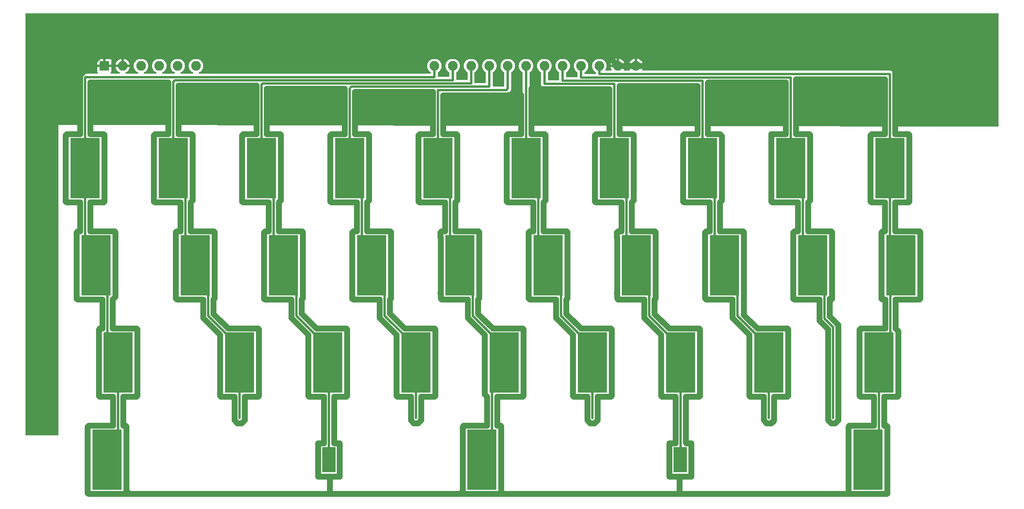
<source format=gbl>
G04 #@! TF.GenerationSoftware,KiCad,Pcbnew,(6.0.6)*
G04 #@! TF.CreationDate,2022-08-19T10:50:45-05:00*
G04 #@! TF.ProjectId,lowercase,6c6f7765-7263-4617-9365-2e6b69636164,1*
G04 #@! TF.SameCoordinates,Original*
G04 #@! TF.FileFunction,Copper,L2,Bot*
G04 #@! TF.FilePolarity,Positive*
%FSLAX46Y46*%
G04 Gerber Fmt 4.6, Leading zero omitted, Abs format (unit mm)*
G04 Created by KiCad (PCBNEW (6.0.6)) date 2022-08-19 10:50:45*
%MOMM*%
%LPD*%
G01*
G04 APERTURE LIST*
G04 #@! TA.AperFunction,ConnectorPad*
%ADD10R,6.300000X13.000000*%
G04 #@! TD*
G04 #@! TA.AperFunction,ConnectorPad*
%ADD11C,1.300000*%
G04 #@! TD*
G04 #@! TA.AperFunction,ConnectorPad*
%ADD12R,3.000000X5.500000*%
G04 #@! TD*
G04 #@! TA.AperFunction,ComponentPad*
%ADD13R,2.100000X2.100000*%
G04 #@! TD*
G04 #@! TA.AperFunction,ComponentPad*
%ADD14O,2.100000X2.100000*%
G04 #@! TD*
G04 #@! TA.AperFunction,Conductor*
%ADD15C,1.300000*%
G04 #@! TD*
G04 #@! TA.AperFunction,Conductor*
%ADD16C,0.500000*%
G04 #@! TD*
G04 #@! TA.AperFunction,Conductor*
%ADD17C,0.250000*%
G04 #@! TD*
G04 APERTURE END LIST*
D10*
X35850000Y-60000000D03*
D11*
X31650000Y-66000000D03*
X31650000Y-54000000D03*
X40000000Y-66000000D03*
X40000000Y-54000000D03*
D10*
X38231250Y-81000000D03*
D11*
X34031250Y-87000000D03*
X34031250Y-75000000D03*
X42381250Y-75000000D03*
X42381250Y-87000000D03*
D10*
X42993750Y-102000000D03*
D11*
X47143750Y-108000000D03*
X47143750Y-96000000D03*
X38793750Y-96000000D03*
X38793750Y-108000000D03*
D10*
X40612500Y-123000000D03*
D11*
X36412500Y-117000000D03*
X36412500Y-129000000D03*
X44762500Y-117000000D03*
X44762500Y-129000000D03*
D10*
X54900000Y-60000000D03*
D11*
X50700000Y-54000000D03*
X59050000Y-54000000D03*
X50700000Y-66000000D03*
X59050000Y-66000000D03*
D10*
X59660000Y-80970000D03*
D11*
X63810000Y-86970000D03*
X55460000Y-86970000D03*
X55460000Y-74970000D03*
X63810000Y-74970000D03*
D10*
X69187500Y-102000000D03*
D11*
X64987500Y-108000000D03*
X73337500Y-96000000D03*
X73337500Y-108000000D03*
X64987500Y-96000000D03*
D10*
X121575000Y-123000000D03*
D11*
X125725000Y-117000000D03*
X117375000Y-129000000D03*
X125725000Y-129000000D03*
X117375000Y-117000000D03*
D10*
X73950000Y-60000000D03*
D11*
X78100000Y-66000000D03*
X69750000Y-66000000D03*
X78100000Y-54000000D03*
X69750000Y-54000000D03*
D10*
X78712500Y-81000000D03*
D11*
X74512500Y-87000000D03*
X82862500Y-87000000D03*
X74512500Y-75000000D03*
X82862500Y-75000000D03*
D10*
X88237500Y-102000000D03*
D11*
X84037500Y-108000000D03*
X84037500Y-96000000D03*
X92387500Y-96000000D03*
X92387500Y-108000000D03*
D10*
X204918750Y-123000000D03*
D11*
X200718750Y-117000000D03*
X209068750Y-129000000D03*
X200718750Y-129000000D03*
X209068750Y-117000000D03*
D10*
X93000000Y-60000000D03*
D11*
X97150000Y-54000000D03*
X88800000Y-54000000D03*
X88800000Y-66000000D03*
X97150000Y-66000000D03*
D10*
X97762500Y-81000000D03*
D11*
X101912500Y-75000000D03*
X101912500Y-87000000D03*
X93562500Y-87000000D03*
X93562500Y-75000000D03*
D10*
X107287500Y-102000000D03*
D11*
X103087500Y-96000000D03*
X103087500Y-108000000D03*
X111437500Y-108000000D03*
X111437500Y-96000000D03*
D10*
X112050000Y-60000000D03*
D11*
X116200000Y-54000000D03*
X107850000Y-66000000D03*
X107850000Y-54000000D03*
X116200000Y-66000000D03*
D10*
X116812500Y-81000000D03*
D11*
X120962500Y-75000000D03*
X112612500Y-87000000D03*
X112612500Y-75000000D03*
X120962500Y-87000000D03*
D10*
X126337500Y-102000000D03*
D11*
X130487500Y-108000000D03*
X122137500Y-96000000D03*
X130487500Y-96000000D03*
X122137500Y-108000000D03*
D10*
X131100000Y-60000000D03*
D11*
X135250000Y-54000000D03*
X135250000Y-66000000D03*
X126900000Y-66000000D03*
X126900000Y-54000000D03*
D10*
X135862500Y-81000000D03*
D11*
X140012500Y-87000000D03*
X140012500Y-75000000D03*
X131662500Y-87000000D03*
X131662500Y-75000000D03*
D10*
X145387500Y-102000000D03*
D11*
X149537500Y-96000000D03*
X141187500Y-96000000D03*
X141187500Y-108000000D03*
X149537500Y-108000000D03*
D10*
X150150000Y-60000000D03*
D11*
X154300000Y-54000000D03*
X145950000Y-54000000D03*
X154300000Y-66000000D03*
X145950000Y-66000000D03*
D10*
X154912500Y-81000000D03*
D11*
X159062500Y-75000000D03*
X159062500Y-87000000D03*
X150712500Y-87000000D03*
X150712500Y-75000000D03*
D10*
X164437500Y-102000000D03*
D11*
X168587500Y-96000000D03*
X168587500Y-108000000D03*
X160237500Y-96000000D03*
X160237500Y-108000000D03*
D10*
X169200000Y-60000000D03*
D11*
X165000000Y-54000000D03*
X165000000Y-66000000D03*
X173350000Y-54000000D03*
X173350000Y-66000000D03*
D10*
X173962500Y-81000000D03*
D11*
X169762500Y-87000000D03*
X169762500Y-75000000D03*
X178112500Y-87000000D03*
X178112500Y-75000000D03*
D10*
X183487500Y-102000000D03*
D11*
X179287500Y-108000000D03*
X179287500Y-96000000D03*
X187637500Y-96000000D03*
X187637500Y-108000000D03*
D10*
X188250000Y-60000000D03*
D11*
X192400000Y-54000000D03*
X192400000Y-66000000D03*
X184050000Y-54000000D03*
X184050000Y-66000000D03*
D10*
X193012500Y-81000000D03*
D11*
X188812500Y-87000000D03*
X197162500Y-87000000D03*
X197162500Y-75000000D03*
X188812500Y-75000000D03*
D10*
X207300000Y-102000000D03*
D11*
X203100000Y-96000000D03*
X211450000Y-108000000D03*
X203100000Y-108000000D03*
X211450000Y-96000000D03*
D10*
X209681250Y-60000000D03*
D11*
X213831250Y-54000000D03*
X205481250Y-66000000D03*
X213831250Y-66000000D03*
X205481250Y-54000000D03*
D10*
X212062500Y-81000000D03*
D11*
X216212500Y-75000000D03*
X207862500Y-75000000D03*
X216212500Y-87000000D03*
X207862500Y-87000000D03*
D12*
X88500000Y-123000000D03*
D11*
X90850000Y-123000000D03*
X86150000Y-122950000D03*
D13*
X40020000Y-37890000D03*
D14*
X43980000Y-37890000D03*
X47940000Y-37890000D03*
X51900000Y-37890000D03*
X55860000Y-37890000D03*
X59820000Y-37890000D03*
X111300000Y-37890000D03*
X115260000Y-37890000D03*
X119220000Y-37890000D03*
X123180000Y-37890000D03*
X127140000Y-37890000D03*
X131100000Y-37890000D03*
X135060000Y-37890000D03*
X139020000Y-37890000D03*
X142980000Y-37890000D03*
X146940000Y-37890000D03*
X150900000Y-37890000D03*
X154860000Y-37890000D03*
D12*
X164400000Y-123000000D03*
D11*
X162050000Y-122950000D03*
X166750000Y-123000000D03*
D15*
X158912500Y-73650000D02*
X159062500Y-73800000D01*
X197162500Y-75000000D02*
X197162500Y-87000000D01*
X92387500Y-96000000D02*
X92387500Y-108000000D01*
X38993750Y-109350000D02*
X38793750Y-109150000D01*
X92237500Y-94630000D02*
X92387500Y-94780000D01*
X88680000Y-126820000D02*
X88680000Y-130370000D01*
X117375000Y-117000000D02*
X117375000Y-129000000D01*
X137550000Y-92372500D02*
X139380000Y-94202500D01*
X177962500Y-73650000D02*
X178112500Y-73800000D01*
X163347500Y-109350000D02*
X163347500Y-119400000D01*
X82862500Y-73800000D02*
X82862500Y-75000000D01*
X64987500Y-108000000D02*
X64987500Y-109150000D01*
X125725000Y-115800000D02*
X125725000Y-117000000D01*
X78100000Y-53980000D02*
X78100000Y-65980000D01*
X84037500Y-108000000D02*
X84037500Y-109150000D01*
X104858769Y-94650000D02*
X111287500Y-94650000D01*
X146150000Y-52650000D02*
X149050000Y-52650000D01*
X127305635Y-44210000D02*
X127345635Y-44170000D01*
X86150000Y-119400000D02*
X86150000Y-126600000D01*
X135250000Y-66000000D02*
X135250000Y-66920000D01*
X44762500Y-115800000D02*
X44762500Y-117000000D01*
X116050000Y-52650000D02*
X113150000Y-52650000D01*
X93562500Y-73850000D02*
X93562500Y-75000000D01*
X87400000Y-109350000D02*
X87400000Y-119400000D01*
X47143750Y-109200000D02*
X46993750Y-109350000D01*
X120972500Y-75010000D02*
X120972500Y-87010000D01*
X141187500Y-95999999D02*
X141187500Y-109160000D01*
X130487500Y-94800000D02*
X130487500Y-96000000D01*
X113150000Y-44210000D02*
X127305635Y-44210000D01*
X69750000Y-52850000D02*
X69750000Y-54000000D01*
X196820000Y-88350000D02*
X197012500Y-88350000D01*
X197162500Y-88200000D02*
X197162500Y-87000000D01*
X134820000Y-67350000D02*
X134820000Y-73650000D01*
X44093750Y-109350000D02*
X44093750Y-115650000D01*
X162050000Y-119400000D02*
X162050000Y-122800000D01*
X139750000Y-91451231D02*
X142948769Y-94650000D01*
X205681250Y-52650000D02*
X205481250Y-52850000D01*
X92387500Y-109200000D02*
X92237500Y-109350000D01*
X206200000Y-115650000D02*
X206200000Y-109350000D01*
X208400000Y-109350000D02*
X211300000Y-109350000D01*
X97150000Y-52800000D02*
X97150000Y-54000000D01*
X154300000Y-52800000D02*
X154300000Y-54000000D01*
X120710000Y-88350000D02*
X120710000Y-91461231D01*
X115780000Y-73650000D02*
X120812500Y-73650000D01*
X38793750Y-96000000D02*
X38793750Y-108000000D01*
X108387500Y-114455635D02*
X108387500Y-109350000D01*
X130487500Y-108000000D02*
X130487500Y-109200000D01*
X144287500Y-114455635D02*
X144931865Y-115100000D01*
X120962500Y-73800000D02*
X120962500Y-75000000D01*
X107743135Y-115100000D02*
X108387500Y-114455635D01*
X149387500Y-94650000D02*
X149537500Y-94800000D01*
X36960000Y-52650000D02*
X39850000Y-52650000D01*
X150712500Y-73850000D02*
X150712500Y-75000000D01*
X211300000Y-109350000D02*
X211450000Y-109200000D01*
X59050000Y-66920000D02*
X58620000Y-67350000D01*
X151680000Y-67350000D02*
X151680000Y-73650000D01*
X158810000Y-91461231D02*
X161998769Y-94650000D01*
X93762500Y-73650000D02*
X93562500Y-73850000D01*
X116200000Y-66000000D02*
X116200000Y-66930000D01*
X117575000Y-115650000D02*
X117375000Y-115850000D01*
X112620000Y-88130000D02*
X112850000Y-88360000D01*
X179287500Y-95999999D02*
X179287500Y-109160000D01*
X69643135Y-115100000D02*
X70287500Y-114455635D01*
X209856885Y-37890000D02*
X150900000Y-37890000D01*
X184050000Y-54000000D02*
X184050000Y-66000000D01*
X86150000Y-126600000D02*
X88460000Y-126600000D01*
X151250000Y-42190000D02*
X151250000Y-52650000D01*
X46993750Y-109350000D02*
X44093750Y-109350000D01*
X117375000Y-129835000D02*
X116830000Y-130380000D01*
X189350000Y-40790000D02*
X208581250Y-40790000D01*
X50700000Y-66000000D02*
X50700000Y-67150000D01*
X132350000Y-52650000D02*
X132200000Y-52500000D01*
X116830000Y-130380000D02*
X126200000Y-130380000D01*
X122137500Y-108877500D02*
X122610000Y-109350000D01*
X160437500Y-109350000D02*
X163347500Y-109350000D01*
X192400000Y-66000000D02*
X192400000Y-66920000D01*
X36950000Y-67350000D02*
X36950000Y-73650000D01*
X38993750Y-94650000D02*
X38793750Y-94850000D01*
X198520000Y-114435635D02*
X198520000Y-93894365D01*
X64987500Y-96000000D02*
X64987500Y-108000000D01*
X211450000Y-108000000D02*
X211450000Y-96000000D01*
X73337500Y-109200000D02*
X73337500Y-108000000D01*
X200918750Y-115650000D02*
X206200000Y-115650000D01*
X36412500Y-129000000D02*
X36412500Y-117000000D01*
X68731865Y-115100000D02*
X69643135Y-115100000D01*
X200718750Y-117000000D02*
X200718750Y-115850000D01*
X145950000Y-54000000D02*
X145950000Y-66000000D01*
X58620000Y-67350000D02*
X58620000Y-73620000D01*
X208581250Y-52650000D02*
X205681250Y-52650000D01*
X106187500Y-109350000D02*
X106187500Y-114455635D01*
X55460000Y-86970000D02*
X55460000Y-88120000D01*
X150722500Y-75010000D02*
X150722500Y-87010000D01*
X32810000Y-52650000D02*
X34730000Y-52650000D01*
X39550000Y-94650000D02*
X38993750Y-94650000D01*
X116200000Y-66930000D02*
X115780000Y-67350000D01*
X175650000Y-88360000D02*
X175650000Y-92372500D01*
X69750000Y-66000000D02*
X69750000Y-67150000D01*
X101912500Y-88087500D02*
X101650000Y-88350000D01*
X200718750Y-129000000D02*
X200718750Y-130111250D01*
X165000000Y-52850000D02*
X165200000Y-52650000D01*
X169000000Y-130350000D02*
X200480000Y-130350000D01*
X94100000Y-52650000D02*
X97000000Y-52650000D01*
X45390000Y-130380000D02*
X84040000Y-130380000D01*
X74712500Y-88350000D02*
X80400000Y-88350000D01*
X169760000Y-88130000D02*
X169990000Y-88360000D01*
X127100000Y-52650000D02*
X126900000Y-52850000D01*
X183943135Y-115100000D02*
X183690000Y-115100000D01*
X73187500Y-109350000D02*
X73337500Y-109200000D01*
X84037500Y-109150000D02*
X84237500Y-109350000D01*
X187487500Y-109360000D02*
X184587500Y-109360000D01*
X208700000Y-94650000D02*
X203300000Y-94650000D01*
X159062500Y-75000000D02*
X159062500Y-87000000D01*
X209090000Y-130250000D02*
X209068750Y-130228750D01*
X176304366Y-93016865D02*
X179287500Y-95999999D01*
X55462500Y-75000000D02*
X55462500Y-87000000D01*
X173350000Y-66920000D02*
X172920000Y-67350000D01*
X84040000Y-130380000D02*
X88690000Y-130380000D01*
X88800000Y-66000000D02*
X88800000Y-67150000D01*
X101762500Y-73640000D02*
X101912500Y-73790000D01*
X170720000Y-67350000D02*
X165200000Y-67350000D01*
X88680000Y-130370000D02*
X88690000Y-130380000D01*
X145950000Y-54000000D02*
X145950000Y-52850000D01*
X78100000Y-54000000D02*
X78100000Y-52800000D01*
X93562500Y-74990000D02*
X93562500Y-86990000D01*
X179487500Y-109360000D02*
X182387500Y-109360000D01*
X113150000Y-52650000D02*
X113150000Y-44210000D01*
X88800000Y-52850000D02*
X88800000Y-54000000D01*
X63810000Y-73770000D02*
X63810000Y-74970000D01*
X187150000Y-52640000D02*
X187150000Y-41490000D01*
X184050000Y-66000000D02*
X184050000Y-67150000D01*
X183031865Y-115100000D02*
X184060000Y-115100000D01*
X36412500Y-129000000D02*
X36412500Y-130150000D01*
X87400000Y-119400000D02*
X86150000Y-119400000D01*
X216212500Y-75000000D02*
X216212500Y-73800000D01*
X97150000Y-53990000D02*
X97150000Y-65990000D01*
X40000000Y-54000000D02*
X40000000Y-66000000D01*
X42231250Y-73650000D02*
X42381250Y-73800000D01*
X91900000Y-42810000D02*
X91900000Y-52650000D01*
X125575000Y-115650000D02*
X125725000Y-115800000D01*
X140012500Y-88087500D02*
X139750000Y-88350000D01*
X188810000Y-88160000D02*
X189010000Y-88360000D01*
X103287500Y-109350000D02*
X106187500Y-109350000D01*
X88460000Y-126600000D02*
X88680000Y-126820000D01*
X184050000Y-67150000D02*
X184250000Y-67350000D01*
X168437500Y-94650000D02*
X168587500Y-94800000D01*
X162050000Y-123100000D02*
X162050000Y-126600000D01*
X68087500Y-109350000D02*
X68087500Y-114455635D01*
X144287500Y-109360000D02*
X144287500Y-114455635D01*
X178112500Y-75010000D02*
X178112500Y-87010000D01*
X189770000Y-73650000D02*
X189012500Y-73650000D01*
X145950000Y-52850000D02*
X146150000Y-52650000D01*
X42381250Y-87718750D02*
X41750000Y-88350000D01*
X205481250Y-66000000D02*
X205481250Y-67150000D01*
X108050000Y-52650000D02*
X110950000Y-52650000D01*
X187487500Y-94650000D02*
X181048769Y-94650000D01*
X44762500Y-129000000D02*
X44762500Y-129752500D01*
X117375000Y-115850000D02*
X117375000Y-117000000D01*
X72850000Y-47895634D02*
X72850000Y-52650000D01*
X184050000Y-52650000D02*
X184040000Y-52640000D01*
X203100000Y-94850000D02*
X203100000Y-96000000D01*
X56420000Y-67350000D02*
X56420000Y-73620000D01*
X150720000Y-86980000D02*
X150720000Y-88130000D01*
X197012500Y-88350000D02*
X197162500Y-88200000D01*
X169760000Y-86980000D02*
X169760000Y-88130000D01*
X187637500Y-94800000D02*
X187487500Y-94650000D01*
X210900000Y-88350000D02*
X216062500Y-88350000D01*
X41893750Y-109350000D02*
X38993750Y-109350000D01*
X131660000Y-86980000D02*
X131660000Y-88130000D01*
X208581250Y-67350000D02*
X208581250Y-73650000D01*
X34231250Y-88350000D02*
X39550000Y-88350000D01*
X207862500Y-88150000D02*
X208062500Y-88350000D01*
X184250000Y-67350000D02*
X189770000Y-67350000D01*
X101912500Y-74990000D02*
X101912500Y-86990000D01*
X91900000Y-52650000D02*
X89000000Y-52650000D01*
X34031250Y-75000000D02*
X34031250Y-87000000D01*
X74512500Y-88150000D02*
X74712500Y-88350000D01*
X130487500Y-96000000D02*
X130487500Y-108000000D01*
X31650000Y-54000000D02*
X31650000Y-66000000D01*
X112812500Y-73650000D02*
X112612500Y-73850000D01*
X194460000Y-92945634D02*
X196300000Y-94785634D01*
X106187500Y-114455635D02*
X106831865Y-115100000D01*
X42381250Y-87000000D02*
X42381250Y-87718750D01*
X168597500Y-108010000D02*
X168597500Y-109210000D01*
X146487500Y-114455635D02*
X145843135Y-115100000D01*
X187150000Y-41490000D02*
X170360000Y-41490000D01*
X96720000Y-73640000D02*
X101762500Y-73640000D01*
X101650000Y-91441231D02*
X104858769Y-94650000D01*
X94100000Y-43510000D02*
X94100000Y-52650000D01*
X211450000Y-96000000D02*
X211450000Y-95200000D01*
X123898769Y-94650000D02*
X130337500Y-94650000D01*
X134820000Y-73650000D02*
X139862500Y-73650000D01*
X72850000Y-52650000D02*
X69950000Y-52650000D01*
X72850000Y-46944366D02*
X72830000Y-46964366D01*
X41750000Y-88350000D02*
X41750000Y-94650000D01*
X103087500Y-95990000D02*
X103087500Y-107990000D01*
X112612500Y-73850000D02*
X112612500Y-75000000D01*
X69950000Y-52650000D02*
X69750000Y-52850000D01*
X208400000Y-115650000D02*
X208400000Y-109350000D01*
X146487500Y-109350000D02*
X149387500Y-109350000D01*
X93562500Y-88150000D02*
X93762500Y-88350000D01*
X40000000Y-52900000D02*
X40000000Y-54000000D01*
X194460000Y-88360000D02*
X194460000Y-92945634D01*
X34031250Y-87000000D02*
X34031250Y-88150000D01*
X150720000Y-88130000D02*
X150950000Y-88360000D01*
X107850000Y-54000000D02*
X107850000Y-52850000D01*
X101650000Y-88350000D02*
X101650000Y-91441231D01*
X169762500Y-73850000D02*
X169962500Y-73650000D01*
X189350000Y-52650000D02*
X189350000Y-40790000D01*
X127345635Y-44170000D02*
X130000000Y-44170000D01*
X176294365Y-93016865D02*
X176304366Y-93016865D01*
X92730000Y-130380000D02*
X116830000Y-130380000D01*
X112622500Y-75010000D02*
X112622500Y-87010000D01*
X74512500Y-87000000D02*
X74512500Y-88150000D01*
X216212500Y-87000000D02*
X216212500Y-75000000D01*
X111437500Y-109200000D02*
X111437500Y-108000000D01*
X47143750Y-96000000D02*
X47143750Y-108000000D01*
X170300000Y-41550000D02*
X170300000Y-52610000D01*
X90850000Y-126600000D02*
X86150000Y-126600000D01*
X75050000Y-42810000D02*
X91900000Y-42810000D01*
X89600000Y-119400000D02*
X90850000Y-119400000D01*
X154300000Y-66930000D02*
X153880000Y-67350000D01*
X207862500Y-87000000D02*
X207862500Y-88150000D01*
X216062500Y-73650000D02*
X210781250Y-73650000D01*
X154150000Y-52650000D02*
X154300000Y-52800000D01*
X200480000Y-130350000D02*
X208990000Y-130350000D01*
X210900000Y-94650000D02*
X210900000Y-88350000D01*
X130000000Y-44170000D02*
X130000000Y-52650000D01*
X39550000Y-88350000D02*
X39550000Y-94650000D01*
X213831250Y-67200000D02*
X213831250Y-66000000D01*
X90850000Y-119400000D02*
X90850000Y-126600000D01*
X170720000Y-73650000D02*
X170720000Y-67350000D01*
X59050000Y-66000000D02*
X59050000Y-66920000D01*
X175650000Y-92372500D02*
X176294365Y-93016865D01*
X63810000Y-74970000D02*
X63810000Y-86970000D01*
X188810000Y-87010000D02*
X188810000Y-88160000D01*
X47143750Y-94800000D02*
X47143750Y-96000000D01*
X205481250Y-54000000D02*
X205481250Y-66000000D01*
X126200000Y-130380000D02*
X160020000Y-130380000D01*
X213681250Y-52650000D02*
X210790000Y-52650000D01*
X146487500Y-114455635D02*
X146487500Y-109350000D01*
X80400000Y-88350000D02*
X80400000Y-92362500D01*
X216212500Y-88200000D02*
X216212500Y-87000000D01*
X40000000Y-66000000D02*
X40000000Y-67200000D01*
X135250000Y-54000000D02*
X135250000Y-52800000D01*
X173350000Y-66000000D02*
X173350000Y-66920000D01*
X208700000Y-88350000D02*
X208700000Y-94650000D01*
X159062500Y-88097500D02*
X158810000Y-88350000D01*
X120710000Y-91461231D02*
X123898769Y-94650000D01*
X117375000Y-129000000D02*
X117375000Y-129835000D01*
X99450000Y-92362500D02*
X103087500Y-96000000D01*
X154300000Y-66000000D02*
X154300000Y-66930000D01*
X125725000Y-129905000D02*
X126200000Y-130380000D01*
X82600000Y-91431231D02*
X85798769Y-94630000D01*
X154300000Y-54000000D02*
X154300000Y-66000000D01*
X135250000Y-66920000D02*
X134820000Y-67350000D01*
X50900000Y-52650000D02*
X53800000Y-52650000D01*
X73337500Y-96000000D02*
X73337500Y-108000000D01*
X205481250Y-67150000D02*
X205681250Y-67350000D01*
X40000000Y-67200000D02*
X39850000Y-67350000D01*
X207862500Y-73850000D02*
X207862500Y-75000000D01*
X205681250Y-67350000D02*
X208581250Y-67350000D01*
X116210000Y-54010000D02*
X116210000Y-66010000D01*
X203300000Y-94650000D02*
X203100000Y-94850000D01*
X74512500Y-74980000D02*
X74512500Y-86980000D01*
X139862500Y-73650000D02*
X140012500Y-73800000D01*
X63810000Y-86970000D02*
X63810000Y-88090000D01*
X166750000Y-126600000D02*
X164260000Y-126600000D01*
X197012500Y-73650000D02*
X197162500Y-73800000D01*
X110950000Y-43510000D02*
X94100000Y-43510000D01*
X169990000Y-88360000D02*
X175650000Y-88360000D01*
X165200000Y-52650000D02*
X168100000Y-52650000D01*
X101912500Y-87000000D02*
X101912500Y-88087500D01*
X151250000Y-52650000D02*
X154150000Y-52650000D01*
X58900000Y-52650000D02*
X56000000Y-52650000D01*
X196660000Y-92034366D02*
X196660000Y-88190000D01*
X205481250Y-52850000D02*
X205481250Y-54000000D01*
X208581250Y-73650000D02*
X208062500Y-73650000D01*
X113580000Y-73650000D02*
X112812500Y-73650000D01*
X164060000Y-130350000D02*
X170180000Y-130350000D01*
X59050000Y-54000000D02*
X59050000Y-52800000D01*
X158810000Y-88350000D02*
X158810000Y-91461231D01*
X73187500Y-94650000D02*
X73337500Y-94800000D01*
X70287500Y-109350000D02*
X73187500Y-109350000D01*
X131662500Y-75010000D02*
X131662500Y-87010000D01*
X122137500Y-108000000D02*
X122137500Y-108877500D01*
X110950000Y-52650000D02*
X110950000Y-43510000D01*
X111437500Y-96000000D02*
X111437500Y-108000000D01*
X78100000Y-66000000D02*
X78100000Y-66920000D01*
X165000000Y-66000000D02*
X165000000Y-54000000D01*
X58620000Y-73620000D02*
X63660000Y-73620000D01*
X211450000Y-95200000D02*
X210900000Y-94650000D01*
X203100000Y-109150000D02*
X203100000Y-108000000D01*
X39850000Y-67350000D02*
X36950000Y-67350000D01*
X63660000Y-73620000D02*
X63810000Y-73770000D01*
X32790000Y-52630000D02*
X32810000Y-52650000D01*
X139390001Y-94202500D02*
X141187500Y-95999999D01*
X208062500Y-88350000D02*
X208700000Y-88350000D01*
X74512500Y-73850000D02*
X74512500Y-75000000D01*
X184587500Y-114455635D02*
X183943135Y-115100000D01*
X153880000Y-73650000D02*
X158912500Y-73650000D01*
X184050000Y-54000000D02*
X184050000Y-52650000D01*
X112850000Y-88360000D02*
X118510000Y-88360000D01*
X196660000Y-88190000D02*
X196820000Y-88350000D01*
X200718750Y-130111250D02*
X200480000Y-130350000D01*
X135100000Y-52650000D02*
X132350000Y-52650000D01*
X55690000Y-88350000D02*
X61350000Y-88350000D01*
X196944365Y-115100000D02*
X197855635Y-115100000D01*
X168587500Y-94800000D02*
X168587500Y-96000000D01*
X210790000Y-52650000D02*
X210790000Y-38823115D01*
X209068750Y-117000000D02*
X209068750Y-129000000D01*
X115780000Y-67350000D02*
X115780000Y-73650000D01*
X120812500Y-73650000D02*
X120962500Y-73800000D01*
X161998769Y-94650000D02*
X168437500Y-94650000D01*
X165547500Y-109360000D02*
X165547500Y-119297500D01*
X131890000Y-88360000D02*
X137550000Y-88360000D01*
X75050000Y-52650000D02*
X75050000Y-42810000D01*
X126900000Y-52850000D02*
X126900000Y-54000000D01*
X139750000Y-88350000D02*
X139750000Y-91451231D01*
X59050000Y-54000000D02*
X59050000Y-66000000D01*
X197855635Y-115100000D02*
X198520000Y-114435635D01*
X59050000Y-52800000D02*
X58900000Y-52650000D01*
X77950000Y-52650000D02*
X75050000Y-52650000D01*
X107850000Y-54000000D02*
X107850000Y-66000000D01*
X130000000Y-52650000D02*
X127100000Y-52650000D01*
X166750000Y-119400000D02*
X166750000Y-126600000D01*
X196300000Y-94785634D02*
X196300000Y-114455635D01*
X39850000Y-52650000D02*
X40000000Y-52800000D01*
X84237500Y-109350000D02*
X87400000Y-109350000D01*
X97000000Y-52650000D02*
X97150000Y-52800000D01*
X209068750Y-130228750D02*
X209068750Y-129000000D01*
X103087500Y-109150000D02*
X103287500Y-109350000D01*
X38894417Y-35780000D02*
X34750000Y-39924417D01*
X34750000Y-52650000D02*
X33700000Y-52650000D01*
X188812500Y-75000000D02*
X188812500Y-87000000D01*
X94520000Y-67350000D02*
X94520000Y-73650000D01*
X118510000Y-92372500D02*
X122147500Y-96010000D01*
X78100000Y-52800000D02*
X77950000Y-52650000D01*
X61350000Y-88350000D02*
X61350000Y-92362500D01*
X145950000Y-66000000D02*
X145950000Y-67150000D01*
X124810000Y-115650000D02*
X125575000Y-115650000D01*
X184060000Y-115100000D02*
X184510000Y-114650000D01*
X144931865Y-115100000D02*
X145843135Y-115100000D01*
X172920000Y-67350000D02*
X172920000Y-73650000D01*
X216212500Y-73800000D02*
X216062500Y-73650000D01*
X82862500Y-75000000D02*
X82862500Y-87000000D01*
X126900000Y-66000000D02*
X126900000Y-67150000D01*
X44762500Y-129752500D02*
X45390000Y-130380000D01*
X111287500Y-94650000D02*
X111437500Y-94800000D01*
X64987500Y-109150000D02*
X65187500Y-109350000D01*
X42381250Y-73800000D02*
X42381250Y-75000000D01*
X143405635Y-42920000D02*
X132300000Y-42920000D01*
X131862500Y-73650000D02*
X131662500Y-73850000D01*
X118510000Y-88360000D02*
X118510000Y-92372500D01*
X187637500Y-108010000D02*
X187637500Y-109210000D01*
X139380000Y-94202500D02*
X139390001Y-94202500D01*
X75470000Y-67350000D02*
X75470000Y-73650000D01*
X34231250Y-73650000D02*
X34031250Y-73850000D01*
X203300000Y-109350000D02*
X203100000Y-109150000D01*
X159062500Y-87000000D02*
X159062500Y-88097500D01*
X108387500Y-109350000D02*
X111287500Y-109350000D01*
X47143750Y-108000000D02*
X47143750Y-109200000D01*
X169762500Y-75000000D02*
X169762500Y-73850000D01*
X75470000Y-73650000D02*
X74712500Y-73650000D01*
X88800000Y-54000000D02*
X88800000Y-66000000D01*
X82600000Y-88330000D02*
X82600000Y-91431231D01*
X31650000Y-67150000D02*
X31850000Y-67350000D01*
X116200000Y-54000000D02*
X116200000Y-52800000D01*
X111287500Y-109350000D02*
X111437500Y-109200000D01*
X92237500Y-109350000D02*
X89600000Y-109350000D01*
X181048769Y-94650000D02*
X178112500Y-91713731D01*
X140012500Y-87000000D02*
X140012500Y-75000000D01*
X107850000Y-52850000D02*
X108050000Y-52650000D01*
X65187500Y-109350000D02*
X68087500Y-109350000D01*
X63810000Y-88090000D02*
X63550000Y-88350000D01*
X107850000Y-67150000D02*
X108050000Y-67350000D01*
X130337500Y-109350000D02*
X124810000Y-109350000D01*
X56000000Y-42110000D02*
X72850000Y-42110000D01*
X168100000Y-52650000D02*
X168100000Y-42190000D01*
X82860000Y-88070000D02*
X82600000Y-88330000D01*
X172950000Y-52650000D02*
X173350000Y-53050000D01*
X137550000Y-88360000D02*
X137550000Y-92372500D01*
X111437500Y-94800000D02*
X111437500Y-96000000D01*
X131660000Y-88130000D02*
X131890000Y-88360000D01*
X68087500Y-114455635D02*
X68731865Y-115100000D01*
X44612500Y-115650000D02*
X44762500Y-115800000D01*
X213831250Y-66000000D02*
X213831250Y-54000000D01*
X142948769Y-94650000D02*
X149387500Y-94650000D01*
X107850000Y-66000000D02*
X107850000Y-67150000D01*
X165200000Y-67350000D02*
X165000000Y-67150000D01*
X122610000Y-109350000D02*
X122610000Y-115650000D01*
X164260000Y-126600000D02*
X164260000Y-130130020D01*
X168597500Y-109210000D02*
X168447500Y-109360000D01*
X50700000Y-52850000D02*
X50900000Y-52650000D01*
X210781250Y-67350000D02*
X213681250Y-67350000D01*
X44762500Y-117000000D02*
X44762500Y-129000000D01*
X165000000Y-67150000D02*
X165000000Y-66000000D01*
X34031250Y-73850000D02*
X34031250Y-75000000D01*
X126900000Y-67150000D02*
X127100000Y-67350000D01*
X213831250Y-54000000D02*
X213831250Y-52800000D01*
X156610000Y-92372500D02*
X160247500Y-96010000D01*
X187637500Y-109210000D02*
X187487500Y-109360000D01*
X170340000Y-52650000D02*
X172950000Y-52650000D01*
X40000000Y-52800000D02*
X40000000Y-54000000D01*
X165547500Y-119297500D02*
X165650000Y-119400000D01*
X126900000Y-54000000D02*
X126900000Y-66000000D01*
X191970000Y-67350000D02*
X191970000Y-73650000D01*
X188812500Y-73850000D02*
X188812500Y-75000000D01*
X78100000Y-66920000D02*
X77670000Y-67350000D01*
X173350000Y-54000000D02*
X173350000Y-66000000D01*
X50700000Y-54000000D02*
X50700000Y-52850000D01*
X120962500Y-88097500D02*
X120710000Y-88350000D01*
X127100000Y-67350000D02*
X132620000Y-67350000D01*
X92387500Y-108000000D02*
X92387500Y-109200000D01*
X36412500Y-115850000D02*
X36612500Y-115650000D01*
X131662500Y-73850000D02*
X131662500Y-75000000D01*
X169762500Y-75010000D02*
X169762500Y-87010000D01*
X44093750Y-115650000D02*
X44612500Y-115650000D01*
X182387500Y-114455635D02*
X183031865Y-115100000D01*
X38793750Y-94850000D02*
X38793750Y-96000000D01*
X165650000Y-119400000D02*
X166750000Y-119400000D01*
X150912500Y-73650000D02*
X150712500Y-73850000D01*
X34750000Y-67350000D02*
X34750000Y-73650000D01*
X53800000Y-52650000D02*
X53800000Y-41410000D01*
X89000000Y-67350000D02*
X94520000Y-67350000D01*
X31850000Y-67350000D02*
X34750000Y-67350000D01*
X82860000Y-86950000D02*
X82860000Y-88070000D01*
X56420000Y-73620000D02*
X55660000Y-73620000D01*
X74712500Y-73650000D02*
X74512500Y-73850000D01*
X36412500Y-117000000D02*
X36412500Y-115850000D01*
X55460000Y-73820000D02*
X55460000Y-74970000D01*
X206200000Y-109350000D02*
X203300000Y-109350000D01*
X191970000Y-73650000D02*
X197012500Y-73650000D01*
X82712500Y-73650000D02*
X82862500Y-73800000D01*
X189010000Y-88360000D02*
X194460000Y-88360000D01*
X192400000Y-52800000D02*
X192250000Y-52650000D01*
X172920000Y-73650000D02*
X177962500Y-73650000D01*
X149050000Y-52650000D02*
X149050000Y-42890000D01*
X34750000Y-73650000D02*
X34231250Y-73650000D01*
X146150000Y-67350000D02*
X151680000Y-67350000D01*
X173350000Y-53050000D02*
X173350000Y-54000000D01*
X31650000Y-54000000D02*
X31650000Y-52850000D01*
X55460000Y-88120000D02*
X55690000Y-88350000D01*
X200718750Y-115850000D02*
X200918750Y-115650000D01*
X38793750Y-109150000D02*
X38793750Y-108000000D01*
X164269990Y-130140010D02*
X164060000Y-130350000D01*
X50900000Y-67350000D02*
X56420000Y-67350000D01*
X192400000Y-66920000D02*
X191970000Y-67350000D01*
X41893750Y-115650000D02*
X41893750Y-109350000D01*
X184040000Y-52640000D02*
X187150000Y-52640000D01*
X73337500Y-94800000D02*
X73337500Y-96000000D01*
X160247500Y-109160000D02*
X160437500Y-109350000D01*
X208990000Y-130350000D02*
X209090000Y-130250000D01*
X162050000Y-126600000D02*
X164260000Y-126600000D01*
X42381250Y-75000000D02*
X42381250Y-87000000D01*
X149537500Y-96000000D02*
X149537500Y-108000000D01*
X46993750Y-94650000D02*
X47143750Y-94800000D01*
X168100000Y-42190000D02*
X151250000Y-42190000D01*
X89600000Y-109350000D02*
X89600000Y-119400000D01*
X108050000Y-67350000D02*
X113580000Y-67350000D01*
X69950000Y-67350000D02*
X75470000Y-67350000D01*
X122147500Y-96010000D02*
X122147500Y-108010000D01*
X213831250Y-52800000D02*
X213681250Y-52650000D01*
X125725000Y-129000000D02*
X125725000Y-129905000D01*
X130487500Y-109200000D02*
X130337500Y-109350000D01*
X132300000Y-42920000D02*
X132200000Y-42820000D01*
X101912500Y-73790000D02*
X101912500Y-74990000D01*
X209068750Y-115800000D02*
X208918750Y-115650000D01*
X208062500Y-73650000D02*
X207862500Y-73850000D01*
X150900000Y-37890000D02*
X148790000Y-35780000D01*
X94520000Y-73650000D02*
X93762500Y-73650000D01*
X97150000Y-65990000D02*
X97150000Y-66910000D01*
X61350000Y-92362500D02*
X64987500Y-96000000D01*
X208918750Y-115650000D02*
X208400000Y-115650000D01*
X145950000Y-67150000D02*
X146150000Y-67350000D01*
X140012500Y-87000000D02*
X140012500Y-88087500D01*
X149387500Y-109350000D02*
X149537500Y-109200000D01*
X97150000Y-66910000D02*
X96720000Y-67340000D01*
X170300000Y-52610000D02*
X170340000Y-52650000D01*
X143435635Y-42890000D02*
X143405635Y-42920000D01*
X210790000Y-38823115D02*
X209856885Y-37890000D01*
X132620000Y-73650000D02*
X131862500Y-73650000D01*
X160247500Y-96010000D02*
X160247500Y-109160000D01*
X36950000Y-73650000D02*
X42231250Y-73650000D01*
X163347500Y-119400000D02*
X162050000Y-119400000D01*
X189012500Y-73650000D02*
X188812500Y-73850000D01*
X88690000Y-130380000D02*
X92730000Y-130380000D01*
X150950000Y-88360000D02*
X156610000Y-88360000D01*
X132200000Y-42820000D02*
X132200000Y-52650000D01*
X36612500Y-115650000D02*
X41893750Y-115650000D01*
X69750000Y-67150000D02*
X69950000Y-67350000D01*
X168587500Y-96000000D02*
X168587500Y-108000000D01*
X31650000Y-66000000D02*
X31650000Y-67150000D01*
X92387500Y-94780000D02*
X92387500Y-95980000D01*
X208581250Y-40790000D02*
X208581250Y-52650000D01*
X192400000Y-54000000D02*
X192400000Y-66000000D01*
X149050000Y-42890000D02*
X143435635Y-42890000D01*
X141187500Y-109160000D02*
X141387500Y-109360000D01*
X89000000Y-52650000D02*
X88800000Y-52850000D01*
X36412500Y-130150000D02*
X36642500Y-130380000D01*
X189770000Y-67350000D02*
X189770000Y-73650000D01*
X69750000Y-54000000D02*
X69750000Y-66000000D01*
X85798769Y-94630000D02*
X92237500Y-94630000D01*
X149537500Y-109200000D02*
X149537500Y-108000000D01*
X72850000Y-42110000D02*
X72850000Y-46944366D01*
X213681250Y-67350000D02*
X213831250Y-67200000D01*
X179287500Y-109160000D02*
X179487500Y-109360000D01*
X151680000Y-73650000D02*
X150912500Y-73650000D01*
X148790000Y-35780000D02*
X38894417Y-35780000D01*
X103087500Y-108000000D02*
X103087500Y-109150000D01*
X72830000Y-47875634D02*
X72850000Y-47895634D01*
X135250000Y-54010000D02*
X135250000Y-66010000D01*
X203100000Y-96000000D02*
X203100000Y-108000000D01*
X63550000Y-91451231D02*
X66748769Y-94650000D01*
X156610000Y-88360000D02*
X156610000Y-92372500D01*
X200718750Y-117000000D02*
X200718750Y-129000000D01*
X36642500Y-130380000D02*
X45390000Y-130380000D01*
X153880000Y-67350000D02*
X153880000Y-73650000D01*
X149537500Y-94800000D02*
X149537500Y-96000000D01*
X164260000Y-130130020D02*
X164269990Y-130140010D01*
X178112500Y-91713731D02*
X178112500Y-87000000D01*
X122610000Y-115650000D02*
X117575000Y-115650000D01*
X135250000Y-52800000D02*
X135100000Y-52650000D01*
X196300000Y-114455635D02*
X196944365Y-115100000D01*
X113580000Y-67350000D02*
X113580000Y-73650000D01*
X140012500Y-73800000D02*
X140012500Y-75000000D01*
X198520000Y-93894365D02*
X196660000Y-92034366D01*
X192400000Y-54000000D02*
X192400000Y-52800000D01*
X50700000Y-54000000D02*
X50700000Y-66000000D01*
X116200000Y-52800000D02*
X116050000Y-52650000D01*
X106831865Y-115100000D02*
X107743135Y-115100000D01*
X31650000Y-52850000D02*
X31870000Y-52630000D01*
X112620000Y-86980000D02*
X112620000Y-88130000D01*
X77670000Y-67350000D02*
X77670000Y-73650000D01*
X178112500Y-73800000D02*
X178112500Y-75000000D01*
X192250000Y-52650000D02*
X189350000Y-52650000D01*
X184587500Y-109360000D02*
X184587500Y-114455635D01*
X96720000Y-67340000D02*
X96720000Y-73640000D01*
X209068750Y-117000000D02*
X209068750Y-115800000D01*
X56000000Y-52650000D02*
X56000000Y-42110000D01*
X187637500Y-96000000D02*
X187637500Y-108000000D01*
X207862500Y-75000000D02*
X207862500Y-87000000D01*
X120962500Y-87000000D02*
X120962500Y-88097500D01*
X93562500Y-87000000D02*
X93562500Y-88150000D01*
X170360000Y-41490000D02*
X170300000Y-41550000D01*
X132620000Y-67350000D02*
X132620000Y-73650000D01*
X141387500Y-109360000D02*
X144287500Y-109360000D01*
X187637500Y-96000000D02*
X187637500Y-94800000D01*
X53800000Y-41410000D02*
X36960000Y-41410000D01*
X66748769Y-94650000D02*
X73187500Y-94650000D01*
X182387500Y-109360000D02*
X182387500Y-114455635D01*
X41750000Y-94650000D02*
X46993750Y-94650000D01*
X197162500Y-73800000D02*
X197162500Y-75000000D01*
X130337500Y-94650000D02*
X130487500Y-94800000D01*
X34750000Y-39924417D02*
X34750000Y-52650000D01*
X50700000Y-67150000D02*
X50900000Y-67350000D01*
X31870000Y-52630000D02*
X32790000Y-52630000D01*
X93762500Y-88350000D02*
X99450000Y-88350000D01*
X72830000Y-46964366D02*
X72830000Y-47875634D01*
X124810000Y-109350000D02*
X124810000Y-115650000D01*
X88800000Y-67150000D02*
X89000000Y-67350000D01*
X165000000Y-54000000D02*
X165000000Y-52850000D01*
X169962500Y-73650000D02*
X170720000Y-73650000D01*
X36960000Y-41410000D02*
X36960000Y-52650000D01*
X77670000Y-73650000D02*
X82712500Y-73650000D01*
X125725000Y-117000000D02*
X125725000Y-129000000D01*
X211450000Y-109200000D02*
X211450000Y-108000000D01*
X34031250Y-88150000D02*
X34231250Y-88350000D01*
X159062500Y-73800000D02*
X159062500Y-75000000D01*
X70287500Y-114455635D02*
X70287500Y-109350000D01*
X160350000Y-130350000D02*
X164060000Y-130350000D01*
X55660000Y-73620000D02*
X55460000Y-73820000D01*
X80400000Y-92362500D02*
X84037500Y-96000000D01*
X210781250Y-73650000D02*
X210781250Y-67350000D01*
X168447500Y-109360000D02*
X165547500Y-109360000D01*
X63550000Y-88350000D02*
X63550000Y-91451231D01*
X99450000Y-88350000D02*
X99450000Y-92362500D01*
X84037500Y-95980000D02*
X84037500Y-107980000D01*
X216062500Y-88350000D02*
X216212500Y-88200000D01*
D16*
X207300000Y-120618750D02*
X204918750Y-123000000D01*
X209681250Y-78618750D02*
X212062500Y-81000000D01*
X212062500Y-81000000D02*
X209800000Y-83262500D01*
X146940000Y-39690000D02*
X146940000Y-37890000D01*
X209681250Y-39690000D02*
X146940000Y-39690000D01*
X209800000Y-99500000D02*
X207300000Y-102000000D01*
X209681250Y-60000000D02*
X209681250Y-39690000D01*
X209681250Y-60000000D02*
X209681250Y-78618750D01*
X207300000Y-102000000D02*
X207300000Y-120618750D01*
X209800000Y-83262500D02*
X209800000Y-99500000D01*
X193012500Y-81000000D02*
X195560000Y-83547500D01*
X190870000Y-73850000D02*
X190870000Y-62620000D01*
X197400000Y-94330000D02*
X197400000Y-114000000D01*
X142980000Y-40390000D02*
X142980000Y-37890000D01*
X188250000Y-40410000D02*
X188270000Y-40390000D01*
X195560000Y-83547500D02*
X195560000Y-92490000D01*
X190870000Y-78830000D02*
X190870000Y-73850000D01*
X190870000Y-62620000D02*
X188250000Y-60000000D01*
X188250000Y-60000000D02*
X188250000Y-40410000D01*
X193010000Y-80970000D02*
X190870000Y-78830000D01*
X190870000Y-73850000D02*
X190870000Y-78857500D01*
X190870000Y-78857500D02*
X193012500Y-81000000D01*
X195800000Y-83760000D02*
X193010000Y-80970000D01*
X195560000Y-92490000D02*
X197400000Y-94330000D01*
X188270000Y-40390000D02*
X142980000Y-40390000D01*
X169200000Y-41120000D02*
X169170000Y-41090000D01*
X169170000Y-41090000D02*
X142690051Y-41090000D01*
X139020000Y-41120000D02*
X139020000Y-37890000D01*
X176760000Y-91916865D02*
X183487500Y-98644365D01*
X169200000Y-60000000D02*
X169200000Y-41120000D01*
X176750000Y-83770000D02*
X176750000Y-91916865D01*
X142690051Y-41090000D02*
X142660051Y-41120000D01*
X183487500Y-98644365D02*
X183487500Y-102000000D01*
X176750000Y-91916865D02*
X176760000Y-91916865D01*
X171820000Y-78840000D02*
X176750000Y-83770000D01*
X171820000Y-62630000D02*
X171820000Y-78840000D01*
X142660051Y-41120000D02*
X139020000Y-41120000D01*
X169200000Y-60010000D02*
X171820000Y-62630000D01*
X183487500Y-114000000D02*
X183487500Y-98654365D01*
X142950000Y-41820000D02*
X135110000Y-41820000D01*
X150150000Y-60000000D02*
X150150000Y-41830000D01*
X150160000Y-60010000D02*
X152780000Y-62630000D01*
X164447500Y-122982500D02*
X164400000Y-123030000D01*
X135110000Y-41820000D02*
X135060000Y-41770000D01*
X157710000Y-91916865D02*
X164447500Y-98654365D01*
X157710000Y-83770000D02*
X157710000Y-91916865D01*
X152780000Y-62630000D02*
X152780000Y-78840000D01*
X150110000Y-41790000D02*
X142980001Y-41790000D01*
X142980001Y-41790000D02*
X142950000Y-41820000D01*
X152780000Y-78840000D02*
X157710000Y-83770000D01*
X150150000Y-41830000D02*
X150110000Y-41790000D01*
X135060000Y-41770000D02*
X135060000Y-37890000D01*
X164447500Y-98654365D02*
X164447500Y-122982500D01*
X138650000Y-83770000D02*
X138650000Y-91916865D01*
X131100000Y-60000000D02*
X131100000Y-37890000D01*
X145387500Y-114000000D02*
X145387500Y-98654365D01*
X138650000Y-91906865D02*
X145387500Y-98644365D01*
X133720000Y-78840000D02*
X138650000Y-83770000D01*
X145387500Y-98644365D02*
X145387500Y-102000000D01*
X133720000Y-62630000D02*
X133720000Y-78840000D01*
X131100000Y-60010000D02*
X133720000Y-62630000D01*
X112050000Y-43110000D02*
X112050000Y-60000000D01*
X114680000Y-78840000D02*
X114680000Y-62630000D01*
X126850000Y-43110000D02*
X112050000Y-43110000D01*
X127140000Y-37890000D02*
X127140000Y-42820000D01*
X114680000Y-62630000D02*
X112060000Y-60010000D01*
X127140000Y-42820000D02*
X126850000Y-43110000D01*
X119610000Y-91916865D02*
X119610000Y-83770000D01*
X123710000Y-96016865D02*
X119610000Y-91916865D01*
X123710000Y-120865000D02*
X123710000Y-96016865D01*
X119610000Y-83770000D02*
X114680000Y-78840000D01*
X121575000Y-123000000D02*
X123710000Y-120865000D01*
X95620000Y-66890000D02*
X95620000Y-62610000D01*
X93000000Y-42770000D02*
X93360000Y-42410000D01*
X95620000Y-62620000D02*
X93000000Y-60000000D01*
X93000000Y-60000000D02*
X93000000Y-42770000D01*
X123180000Y-42410000D02*
X123180000Y-37890000D01*
X95620000Y-62610000D02*
X93000000Y-59990000D01*
X107287500Y-98634365D02*
X100550000Y-91896865D01*
X107287500Y-114000000D02*
X107287500Y-98634365D01*
X95620000Y-78820000D02*
X95620000Y-66890000D01*
X95620000Y-66890000D02*
X95620000Y-62620000D01*
X93360000Y-42410000D02*
X123180000Y-42410000D01*
X97760000Y-80960000D02*
X95620000Y-78820000D01*
X100550000Y-91896865D02*
X100550000Y-83750000D01*
X100550000Y-83750000D02*
X97760000Y-80960000D01*
X76570000Y-78810000D02*
X76570000Y-62600000D01*
X76570000Y-62600000D02*
X75385000Y-61415000D01*
X73950000Y-41990000D02*
X74230000Y-41710000D01*
X81500000Y-91886865D02*
X81500000Y-83740000D01*
X119220000Y-41710000D02*
X119220000Y-37890000D01*
X73950000Y-60000000D02*
X73950000Y-47440000D01*
X75385000Y-61415000D02*
X73950000Y-59980000D01*
X81500000Y-83740000D02*
X76570000Y-78810000D01*
D15*
X73970000Y-60000000D02*
X75385000Y-61415000D01*
D16*
X74230000Y-41710000D02*
X119220000Y-41710000D01*
X73950000Y-47440000D02*
X73950000Y-41990000D01*
D15*
X73950000Y-60000000D02*
X73970000Y-60000000D01*
D16*
X88500000Y-102262500D02*
X88500000Y-123000000D01*
D17*
X88237500Y-102000000D02*
X88500000Y-102262500D01*
D16*
X88370000Y-98756865D02*
X81500000Y-91886865D01*
X69187500Y-98644365D02*
X62450000Y-91906865D01*
X59660000Y-80970000D02*
X57520000Y-78830000D01*
X57520000Y-78830000D02*
X57520000Y-62620000D01*
X115260000Y-41010000D02*
X115260000Y-37890000D01*
X57520000Y-62620000D02*
X54900000Y-60000000D01*
X69187500Y-114000000D02*
X69187500Y-98644365D01*
X62450000Y-83760000D02*
X59660000Y-80970000D01*
X55270000Y-41010000D02*
X115260000Y-41010000D01*
X54900000Y-60000000D02*
X54900000Y-41380000D01*
X54900000Y-41380000D02*
X55270000Y-41010000D01*
X62450000Y-91906865D02*
X62450000Y-83760000D01*
X42993750Y-120618750D02*
X40612500Y-123000000D01*
X40650000Y-99656250D02*
X42993750Y-102000000D01*
X35920051Y-40310000D02*
X111300000Y-40310000D01*
X42993750Y-102000000D02*
X42993750Y-120618750D01*
X35850000Y-60000000D02*
X35850000Y-40380051D01*
X40650000Y-85300000D02*
X40650000Y-99656250D01*
X38231250Y-82881250D02*
X40650000Y-85300000D01*
X38231250Y-81000000D02*
X38231250Y-82881250D01*
X35850000Y-40380051D02*
X35920051Y-40310000D01*
X111300000Y-40310000D02*
X111300000Y-37890000D01*
X35850000Y-60000000D02*
X35850000Y-78618750D01*
X35850000Y-78618750D02*
X38231250Y-81000000D01*
G04 #@! TA.AperFunction,Conductor*
G36*
X233093621Y-26528502D02*
G01*
X233140114Y-26582158D01*
X233151500Y-26634500D01*
X233151500Y-50912720D01*
X233131498Y-50980841D01*
X233077842Y-51027334D01*
X233025273Y-51038720D01*
X210565520Y-50997908D01*
X210497437Y-50977782D01*
X210451041Y-50924042D01*
X210439750Y-50871908D01*
X210439750Y-39717835D01*
X210439992Y-39710033D01*
X210440336Y-39704495D01*
X210443797Y-39648702D01*
X210432870Y-39585111D01*
X210431901Y-39578382D01*
X210425280Y-39521589D01*
X210425279Y-39521586D01*
X210424432Y-39514319D01*
X210421192Y-39505393D01*
X210415451Y-39483742D01*
X210413844Y-39474386D01*
X210388577Y-39415004D01*
X210386098Y-39408711D01*
X210364083Y-39348063D01*
X210358877Y-39340122D01*
X210348317Y-39320385D01*
X210347463Y-39318377D01*
X210347456Y-39318365D01*
X210344593Y-39311636D01*
X210340257Y-39305744D01*
X210340254Y-39305739D01*
X210306350Y-39259668D01*
X210302460Y-39254072D01*
X210277612Y-39216173D01*
X210267106Y-39200148D01*
X210260211Y-39193616D01*
X210245389Y-39176834D01*
X210239758Y-39169182D01*
X210234185Y-39164447D01*
X210234178Y-39164440D01*
X210190601Y-39127419D01*
X210185527Y-39122867D01*
X210144016Y-39083543D01*
X210144015Y-39083542D01*
X210138703Y-39078510D01*
X210132376Y-39074835D01*
X210132367Y-39074828D01*
X210130482Y-39073733D01*
X210112203Y-39060815D01*
X210110544Y-39059406D01*
X210110541Y-39059404D01*
X210104965Y-39054667D01*
X210098451Y-39051341D01*
X210098447Y-39051338D01*
X210047514Y-39025330D01*
X210041531Y-39022068D01*
X209992091Y-38993351D01*
X209992089Y-38993350D01*
X209985760Y-38989674D01*
X209978756Y-38987553D01*
X209978752Y-38987551D01*
X209976675Y-38986922D01*
X209955899Y-38978549D01*
X209947442Y-38974231D01*
X209884755Y-38958892D01*
X209878238Y-38957109D01*
X209816483Y-38938405D01*
X209807233Y-38937831D01*
X209807004Y-38937817D01*
X209784867Y-38934449D01*
X209781096Y-38933526D01*
X209781084Y-38933524D01*
X209775640Y-38932192D01*
X209767789Y-38931705D01*
X209766425Y-38931620D01*
X209766415Y-38931620D01*
X209764486Y-38931500D01*
X209709085Y-38931500D01*
X209701283Y-38931258D01*
X209639952Y-38927453D01*
X209626990Y-38929680D01*
X209605654Y-38931500D01*
X156274022Y-38931500D01*
X156205901Y-38911498D01*
X156159408Y-38857842D01*
X156149304Y-38787568D01*
X156166590Y-38739665D01*
X156249893Y-38603728D01*
X156254375Y-38594933D01*
X156344434Y-38377510D01*
X156347483Y-38368125D01*
X156397062Y-38161615D01*
X156396357Y-38147530D01*
X156387478Y-38144000D01*
X153336824Y-38144000D01*
X153323293Y-38147973D01*
X153321933Y-38157431D01*
X153372517Y-38368125D01*
X153375566Y-38377510D01*
X153465625Y-38594933D01*
X153470107Y-38603728D01*
X153553410Y-38739665D01*
X153571949Y-38808198D01*
X153550493Y-38875875D01*
X153495854Y-38921208D01*
X153445978Y-38931500D01*
X152314022Y-38931500D01*
X152245901Y-38911498D01*
X152199408Y-38857842D01*
X152189304Y-38787568D01*
X152206590Y-38739665D01*
X152289893Y-38603728D01*
X152294375Y-38594933D01*
X152384434Y-38377510D01*
X152387483Y-38368125D01*
X152437062Y-38161615D01*
X152436357Y-38147530D01*
X152427478Y-38144000D01*
X149376824Y-38144000D01*
X149363293Y-38147973D01*
X149361933Y-38157431D01*
X149412517Y-38368125D01*
X149415566Y-38377510D01*
X149505625Y-38594933D01*
X149510107Y-38603728D01*
X149593410Y-38739665D01*
X149611949Y-38808198D01*
X149590493Y-38875875D01*
X149535854Y-38921208D01*
X149485978Y-38931500D01*
X148354609Y-38931500D01*
X148286488Y-38911498D01*
X148239995Y-38857842D01*
X148229891Y-38787568D01*
X148247176Y-38739666D01*
X148257587Y-38722676D01*
X148332927Y-38599732D01*
X148426805Y-38373092D01*
X148477576Y-38161615D01*
X148482917Y-38139370D01*
X148482918Y-38139364D01*
X148484072Y-38134557D01*
X148503319Y-37890000D01*
X148484072Y-37645443D01*
X148481115Y-37633124D01*
X148477576Y-37618385D01*
X149362938Y-37618385D01*
X149363643Y-37632470D01*
X149372522Y-37636000D01*
X150627885Y-37636000D01*
X150643124Y-37631525D01*
X150644329Y-37630135D01*
X150646000Y-37622452D01*
X150646000Y-37617885D01*
X151154000Y-37617885D01*
X151158475Y-37633124D01*
X151159865Y-37634329D01*
X151167548Y-37636000D01*
X152423176Y-37636000D01*
X152436707Y-37632027D01*
X152438067Y-37622569D01*
X152437062Y-37618385D01*
X153322938Y-37618385D01*
X153323643Y-37632470D01*
X153332522Y-37636000D01*
X154587885Y-37636000D01*
X154603124Y-37631525D01*
X154604329Y-37630135D01*
X154606000Y-37622452D01*
X154606000Y-37617885D01*
X155114000Y-37617885D01*
X155118475Y-37633124D01*
X155119865Y-37634329D01*
X155127548Y-37636000D01*
X156383176Y-37636000D01*
X156396707Y-37632027D01*
X156398067Y-37622569D01*
X156347483Y-37411875D01*
X156344434Y-37402490D01*
X156254375Y-37185067D01*
X156249893Y-37176272D01*
X156126935Y-36975624D01*
X156121128Y-36967631D01*
X155968292Y-36788683D01*
X155961317Y-36781708D01*
X155782369Y-36628872D01*
X155774376Y-36623065D01*
X155573728Y-36500107D01*
X155564933Y-36495625D01*
X155347510Y-36405566D01*
X155338125Y-36402517D01*
X155131615Y-36352938D01*
X155117530Y-36353643D01*
X155114000Y-36362522D01*
X155114000Y-37617885D01*
X154606000Y-37617885D01*
X154606000Y-36366824D01*
X154602027Y-36353293D01*
X154592569Y-36351933D01*
X154381875Y-36402517D01*
X154372490Y-36405566D01*
X154155067Y-36495625D01*
X154146272Y-36500107D01*
X153945624Y-36623065D01*
X153937631Y-36628872D01*
X153758683Y-36781708D01*
X153751708Y-36788683D01*
X153598872Y-36967631D01*
X153593065Y-36975624D01*
X153470107Y-37176272D01*
X153465625Y-37185067D01*
X153375566Y-37402490D01*
X153372517Y-37411875D01*
X153322938Y-37618385D01*
X152437062Y-37618385D01*
X152387483Y-37411875D01*
X152384434Y-37402490D01*
X152294375Y-37185067D01*
X152289893Y-37176272D01*
X152166935Y-36975624D01*
X152161128Y-36967631D01*
X152008292Y-36788683D01*
X152001317Y-36781708D01*
X151822369Y-36628872D01*
X151814376Y-36623065D01*
X151613728Y-36500107D01*
X151604933Y-36495625D01*
X151387510Y-36405566D01*
X151378125Y-36402517D01*
X151171615Y-36352938D01*
X151157530Y-36353643D01*
X151154000Y-36362522D01*
X151154000Y-37617885D01*
X150646000Y-37617885D01*
X150646000Y-36366824D01*
X150642027Y-36353293D01*
X150632569Y-36351933D01*
X150421875Y-36402517D01*
X150412490Y-36405566D01*
X150195067Y-36495625D01*
X150186272Y-36500107D01*
X149985624Y-36623065D01*
X149977631Y-36628872D01*
X149798683Y-36781708D01*
X149791708Y-36788683D01*
X149638872Y-36967631D01*
X149633065Y-36975624D01*
X149510107Y-37176272D01*
X149505625Y-37185067D01*
X149415566Y-37402490D01*
X149412517Y-37411875D01*
X149362938Y-37618385D01*
X148477576Y-37618385D01*
X148427960Y-37411720D01*
X148426805Y-37406908D01*
X148332927Y-37180268D01*
X148204752Y-36971104D01*
X148045433Y-36784567D01*
X147990500Y-36737649D01*
X147862663Y-36628465D01*
X147862660Y-36628463D01*
X147858896Y-36625248D01*
X147854673Y-36622660D01*
X147854670Y-36622658D01*
X147785485Y-36580262D01*
X147649732Y-36497073D01*
X147505033Y-36437136D01*
X147427665Y-36405089D01*
X147427663Y-36405088D01*
X147423092Y-36403195D01*
X147340437Y-36383351D01*
X147189370Y-36347083D01*
X147189364Y-36347082D01*
X147184557Y-36345928D01*
X146940000Y-36326681D01*
X146695443Y-36345928D01*
X146690636Y-36347082D01*
X146690630Y-36347083D01*
X146539563Y-36383351D01*
X146456908Y-36403195D01*
X146452337Y-36405088D01*
X146452335Y-36405089D01*
X146374967Y-36437136D01*
X146230268Y-36497073D01*
X146094515Y-36580262D01*
X146025330Y-36622658D01*
X146025327Y-36622660D01*
X146021104Y-36625248D01*
X146017340Y-36628463D01*
X146017337Y-36628465D01*
X145889500Y-36737649D01*
X145834567Y-36784567D01*
X145675248Y-36971104D01*
X145547073Y-37180268D01*
X145453195Y-37406908D01*
X145452040Y-37411720D01*
X145398886Y-37633124D01*
X145395928Y-37645443D01*
X145376681Y-37890000D01*
X145395928Y-38134557D01*
X145397082Y-38139364D01*
X145397083Y-38139370D01*
X145402424Y-38161615D01*
X145453195Y-38373092D01*
X145547073Y-38599732D01*
X145675248Y-38808896D01*
X145678463Y-38812660D01*
X145678465Y-38812663D01*
X145781693Y-38933526D01*
X145834567Y-38995433D01*
X145838323Y-38998641D01*
X146016861Y-39151128D01*
X146021104Y-39154752D01*
X146121335Y-39216173D01*
X146168966Y-39268821D01*
X146181500Y-39323606D01*
X146181500Y-39505500D01*
X146161498Y-39573621D01*
X146107842Y-39620114D01*
X146055500Y-39631500D01*
X143864500Y-39631500D01*
X143796379Y-39611498D01*
X143749886Y-39557842D01*
X143738500Y-39505500D01*
X143738500Y-39323606D01*
X143758502Y-39255485D01*
X143798665Y-39216173D01*
X143898896Y-39154752D01*
X143903140Y-39151128D01*
X144081677Y-38998641D01*
X144085433Y-38995433D01*
X144138307Y-38933526D01*
X144241535Y-38812663D01*
X144241537Y-38812660D01*
X144244752Y-38808896D01*
X144372927Y-38599732D01*
X144466805Y-38373092D01*
X144517576Y-38161615D01*
X144522917Y-38139370D01*
X144522918Y-38139364D01*
X144524072Y-38134557D01*
X144543319Y-37890000D01*
X144524072Y-37645443D01*
X144521115Y-37633124D01*
X144467960Y-37411720D01*
X144466805Y-37406908D01*
X144372927Y-37180268D01*
X144244752Y-36971104D01*
X144085433Y-36784567D01*
X144030500Y-36737649D01*
X143902663Y-36628465D01*
X143902660Y-36628463D01*
X143898896Y-36625248D01*
X143894673Y-36622660D01*
X143894670Y-36622658D01*
X143825485Y-36580262D01*
X143689732Y-36497073D01*
X143545033Y-36437136D01*
X143467665Y-36405089D01*
X143467663Y-36405088D01*
X143463092Y-36403195D01*
X143380437Y-36383351D01*
X143229370Y-36347083D01*
X143229364Y-36347082D01*
X143224557Y-36345928D01*
X142980000Y-36326681D01*
X142735443Y-36345928D01*
X142730636Y-36347082D01*
X142730630Y-36347083D01*
X142579563Y-36383351D01*
X142496908Y-36403195D01*
X142492337Y-36405088D01*
X142492335Y-36405089D01*
X142414967Y-36437136D01*
X142270268Y-36497073D01*
X142134515Y-36580262D01*
X142065330Y-36622658D01*
X142065327Y-36622660D01*
X142061104Y-36625248D01*
X142057340Y-36628463D01*
X142057337Y-36628465D01*
X141929500Y-36737649D01*
X141874567Y-36784567D01*
X141715248Y-36971104D01*
X141587073Y-37180268D01*
X141493195Y-37406908D01*
X141492040Y-37411720D01*
X141438886Y-37633124D01*
X141435928Y-37645443D01*
X141416681Y-37890000D01*
X141435928Y-38134557D01*
X141437082Y-38139364D01*
X141437083Y-38139370D01*
X141442424Y-38161615D01*
X141493195Y-38373092D01*
X141587073Y-38599732D01*
X141715248Y-38808896D01*
X141718463Y-38812660D01*
X141718465Y-38812663D01*
X141821693Y-38933526D01*
X141874567Y-38995433D01*
X141878323Y-38998641D01*
X142056861Y-39151128D01*
X142061104Y-39154752D01*
X142161335Y-39216173D01*
X142208966Y-39268821D01*
X142221500Y-39323606D01*
X142221500Y-40235500D01*
X142201498Y-40303621D01*
X142147842Y-40350114D01*
X142095500Y-40361500D01*
X139904500Y-40361500D01*
X139836379Y-40341498D01*
X139789886Y-40287842D01*
X139778500Y-40235500D01*
X139778500Y-39323606D01*
X139798502Y-39255485D01*
X139838665Y-39216173D01*
X139938896Y-39154752D01*
X139943140Y-39151128D01*
X140121677Y-38998641D01*
X140125433Y-38995433D01*
X140178307Y-38933526D01*
X140281535Y-38812663D01*
X140281537Y-38812660D01*
X140284752Y-38808896D01*
X140412927Y-38599732D01*
X140506805Y-38373092D01*
X140557576Y-38161615D01*
X140562917Y-38139370D01*
X140562918Y-38139364D01*
X140564072Y-38134557D01*
X140583319Y-37890000D01*
X140564072Y-37645443D01*
X140561115Y-37633124D01*
X140507960Y-37411720D01*
X140506805Y-37406908D01*
X140412927Y-37180268D01*
X140284752Y-36971104D01*
X140125433Y-36784567D01*
X140070500Y-36737649D01*
X139942663Y-36628465D01*
X139942660Y-36628463D01*
X139938896Y-36625248D01*
X139934673Y-36622660D01*
X139934670Y-36622658D01*
X139865485Y-36580262D01*
X139729732Y-36497073D01*
X139585033Y-36437136D01*
X139507665Y-36405089D01*
X139507663Y-36405088D01*
X139503092Y-36403195D01*
X139420437Y-36383351D01*
X139269370Y-36347083D01*
X139269364Y-36347082D01*
X139264557Y-36345928D01*
X139020000Y-36326681D01*
X138775443Y-36345928D01*
X138770636Y-36347082D01*
X138770630Y-36347083D01*
X138619563Y-36383351D01*
X138536908Y-36403195D01*
X138532337Y-36405088D01*
X138532335Y-36405089D01*
X138454967Y-36437136D01*
X138310268Y-36497073D01*
X138174515Y-36580262D01*
X138105330Y-36622658D01*
X138105327Y-36622660D01*
X138101104Y-36625248D01*
X138097340Y-36628463D01*
X138097337Y-36628465D01*
X137969500Y-36737649D01*
X137914567Y-36784567D01*
X137755248Y-36971104D01*
X137627073Y-37180268D01*
X137533195Y-37406908D01*
X137532040Y-37411720D01*
X137478886Y-37633124D01*
X137475928Y-37645443D01*
X137456681Y-37890000D01*
X137475928Y-38134557D01*
X137477082Y-38139364D01*
X137477083Y-38139370D01*
X137482424Y-38161615D01*
X137533195Y-38373092D01*
X137627073Y-38599732D01*
X137755248Y-38808896D01*
X137758463Y-38812660D01*
X137758465Y-38812663D01*
X137861693Y-38933526D01*
X137914567Y-38995433D01*
X137918323Y-38998641D01*
X138096861Y-39151128D01*
X138101104Y-39154752D01*
X138201335Y-39216173D01*
X138248966Y-39268821D01*
X138261500Y-39323606D01*
X138261500Y-40935500D01*
X138241498Y-41003621D01*
X138187842Y-41050114D01*
X138135500Y-41061500D01*
X135944500Y-41061500D01*
X135876379Y-41041498D01*
X135829886Y-40987842D01*
X135818500Y-40935500D01*
X135818500Y-39323606D01*
X135838502Y-39255485D01*
X135878665Y-39216173D01*
X135978896Y-39154752D01*
X135983140Y-39151128D01*
X136161677Y-38998641D01*
X136165433Y-38995433D01*
X136218307Y-38933526D01*
X136321535Y-38812663D01*
X136321537Y-38812660D01*
X136324752Y-38808896D01*
X136452927Y-38599732D01*
X136546805Y-38373092D01*
X136597576Y-38161615D01*
X136602917Y-38139370D01*
X136602918Y-38139364D01*
X136604072Y-38134557D01*
X136623319Y-37890000D01*
X136604072Y-37645443D01*
X136601115Y-37633124D01*
X136547960Y-37411720D01*
X136546805Y-37406908D01*
X136452927Y-37180268D01*
X136324752Y-36971104D01*
X136165433Y-36784567D01*
X136110500Y-36737649D01*
X135982663Y-36628465D01*
X135982660Y-36628463D01*
X135978896Y-36625248D01*
X135974673Y-36622660D01*
X135974670Y-36622658D01*
X135905485Y-36580262D01*
X135769732Y-36497073D01*
X135625033Y-36437136D01*
X135547665Y-36405089D01*
X135547663Y-36405088D01*
X135543092Y-36403195D01*
X135460437Y-36383351D01*
X135309370Y-36347083D01*
X135309364Y-36347082D01*
X135304557Y-36345928D01*
X135060000Y-36326681D01*
X134815443Y-36345928D01*
X134810636Y-36347082D01*
X134810630Y-36347083D01*
X134659563Y-36383351D01*
X134576908Y-36403195D01*
X134572337Y-36405088D01*
X134572335Y-36405089D01*
X134494967Y-36437136D01*
X134350268Y-36497073D01*
X134214515Y-36580262D01*
X134145330Y-36622658D01*
X134145327Y-36622660D01*
X134141104Y-36625248D01*
X134137340Y-36628463D01*
X134137337Y-36628465D01*
X134009500Y-36737649D01*
X133954567Y-36784567D01*
X133795248Y-36971104D01*
X133667073Y-37180268D01*
X133573195Y-37406908D01*
X133572040Y-37411720D01*
X133518886Y-37633124D01*
X133515928Y-37645443D01*
X133496681Y-37890000D01*
X133515928Y-38134557D01*
X133517082Y-38139364D01*
X133517083Y-38139370D01*
X133522424Y-38161615D01*
X133573195Y-38373092D01*
X133667073Y-38599732D01*
X133795248Y-38808896D01*
X133798463Y-38812660D01*
X133798465Y-38812663D01*
X133901693Y-38933526D01*
X133954567Y-38995433D01*
X133958323Y-38998641D01*
X134136861Y-39151128D01*
X134141104Y-39154752D01*
X134241335Y-39216173D01*
X134288966Y-39268821D01*
X134301500Y-39323606D01*
X134301500Y-41702930D01*
X134300067Y-41721880D01*
X134296801Y-41743349D01*
X134297394Y-41750641D01*
X134297394Y-41750644D01*
X134301085Y-41796018D01*
X134301500Y-41806233D01*
X134301500Y-41814293D01*
X134301925Y-41817937D01*
X134304789Y-41842507D01*
X134305222Y-41846882D01*
X134310505Y-41911826D01*
X134311140Y-41919637D01*
X134313396Y-41926601D01*
X134314587Y-41932560D01*
X134315971Y-41938415D01*
X134316818Y-41945681D01*
X134341735Y-42014327D01*
X134343152Y-42018455D01*
X134365649Y-42087899D01*
X134369445Y-42094154D01*
X134371951Y-42099628D01*
X134374670Y-42105058D01*
X134377167Y-42111937D01*
X134381180Y-42118057D01*
X134381180Y-42118058D01*
X134417186Y-42172976D01*
X134419523Y-42176680D01*
X134457405Y-42239107D01*
X134461121Y-42243315D01*
X134461122Y-42243316D01*
X134464803Y-42247484D01*
X134464776Y-42247508D01*
X134467429Y-42250500D01*
X134470132Y-42253733D01*
X134474144Y-42259852D01*
X134479455Y-42264883D01*
X134479459Y-42264888D01*
X134524632Y-42307680D01*
X134539464Y-42324474D01*
X134547150Y-42334919D01*
X134547154Y-42334923D01*
X134551492Y-42340818D01*
X134557070Y-42345557D01*
X134557073Y-42345560D01*
X134591768Y-42375035D01*
X134599284Y-42381965D01*
X134604980Y-42387661D01*
X134607841Y-42389924D01*
X134607846Y-42389929D01*
X134627266Y-42405293D01*
X134630667Y-42408082D01*
X134686285Y-42455333D01*
X134692798Y-42458659D01*
X134697837Y-42462020D01*
X134702979Y-42465196D01*
X134708716Y-42469734D01*
X134774875Y-42500655D01*
X134778769Y-42502558D01*
X134843808Y-42535769D01*
X134850917Y-42537508D01*
X134856551Y-42539604D01*
X134862321Y-42541523D01*
X134868950Y-42544622D01*
X134876113Y-42546112D01*
X134876116Y-42546113D01*
X134923943Y-42556061D01*
X134940435Y-42559491D01*
X134944701Y-42560457D01*
X135015610Y-42577808D01*
X135021212Y-42578156D01*
X135021215Y-42578156D01*
X135026764Y-42578500D01*
X135026762Y-42578535D01*
X135030734Y-42578775D01*
X135034955Y-42579152D01*
X135042115Y-42580641D01*
X135119542Y-42578546D01*
X135122950Y-42578500D01*
X142882924Y-42578500D01*
X142901875Y-42579933D01*
X142916103Y-42582098D01*
X142916106Y-42582098D01*
X142923336Y-42583198D01*
X142930630Y-42582605D01*
X142930632Y-42582605D01*
X142976007Y-42578915D01*
X142986219Y-42578500D01*
X142994293Y-42578500D01*
X143022540Y-42575207D01*
X143026876Y-42574779D01*
X143044347Y-42573358D01*
X143099624Y-42568863D01*
X143106590Y-42566607D01*
X143112515Y-42565423D01*
X143118408Y-42564030D01*
X143125681Y-42563182D01*
X143132561Y-42560685D01*
X143132564Y-42560684D01*
X143145299Y-42556061D01*
X143188290Y-42548500D01*
X149265500Y-42548500D01*
X149333621Y-42568502D01*
X149380114Y-42622158D01*
X149391500Y-42674500D01*
X149391500Y-50760519D01*
X149371498Y-50828640D01*
X149317842Y-50875133D01*
X149265274Y-50886518D01*
X131984271Y-50855117D01*
X131916187Y-50834991D01*
X131869791Y-50781251D01*
X131858500Y-50729117D01*
X131858500Y-39323606D01*
X131878502Y-39255485D01*
X131918665Y-39216173D01*
X132018896Y-39154752D01*
X132023140Y-39151128D01*
X132201677Y-38998641D01*
X132205433Y-38995433D01*
X132258307Y-38933526D01*
X132361535Y-38812663D01*
X132361537Y-38812660D01*
X132364752Y-38808896D01*
X132492927Y-38599732D01*
X132586805Y-38373092D01*
X132637576Y-38161615D01*
X132642917Y-38139370D01*
X132642918Y-38139364D01*
X132644072Y-38134557D01*
X132663319Y-37890000D01*
X132644072Y-37645443D01*
X132641115Y-37633124D01*
X132587960Y-37411720D01*
X132586805Y-37406908D01*
X132492927Y-37180268D01*
X132364752Y-36971104D01*
X132205433Y-36784567D01*
X132150500Y-36737649D01*
X132022663Y-36628465D01*
X132022660Y-36628463D01*
X132018896Y-36625248D01*
X132014673Y-36622660D01*
X132014670Y-36622658D01*
X131945485Y-36580262D01*
X131809732Y-36497073D01*
X131665033Y-36437136D01*
X131587665Y-36405089D01*
X131587663Y-36405088D01*
X131583092Y-36403195D01*
X131500437Y-36383351D01*
X131349370Y-36347083D01*
X131349364Y-36347082D01*
X131344557Y-36345928D01*
X131100000Y-36326681D01*
X130855443Y-36345928D01*
X130850636Y-36347082D01*
X130850630Y-36347083D01*
X130699563Y-36383351D01*
X130616908Y-36403195D01*
X130612337Y-36405088D01*
X130612335Y-36405089D01*
X130534967Y-36437136D01*
X130390268Y-36497073D01*
X130254515Y-36580262D01*
X130185330Y-36622658D01*
X130185327Y-36622660D01*
X130181104Y-36625248D01*
X130177340Y-36628463D01*
X130177337Y-36628465D01*
X130049500Y-36737649D01*
X129994567Y-36784567D01*
X129835248Y-36971104D01*
X129707073Y-37180268D01*
X129613195Y-37406908D01*
X129612040Y-37411720D01*
X129558886Y-37633124D01*
X129555928Y-37645443D01*
X129536681Y-37890000D01*
X129555928Y-38134557D01*
X129557082Y-38139364D01*
X129557083Y-38139370D01*
X129562424Y-38161615D01*
X129613195Y-38373092D01*
X129707073Y-38599732D01*
X129835248Y-38808896D01*
X129838463Y-38812660D01*
X129838465Y-38812663D01*
X129941693Y-38933526D01*
X129994567Y-38995433D01*
X129998323Y-38998641D01*
X130176861Y-39151128D01*
X130181104Y-39154752D01*
X130281335Y-39216173D01*
X130328966Y-39268821D01*
X130341500Y-39323606D01*
X130341500Y-50725903D01*
X130321498Y-50794024D01*
X130267842Y-50840517D01*
X130215274Y-50851902D01*
X112934271Y-50820501D01*
X112866187Y-50800375D01*
X112819791Y-50746635D01*
X112808500Y-50694501D01*
X112808500Y-43994500D01*
X112828502Y-43926379D01*
X112882158Y-43879886D01*
X112934500Y-43868500D01*
X126782930Y-43868500D01*
X126801880Y-43869933D01*
X126816115Y-43872099D01*
X126816119Y-43872099D01*
X126823349Y-43873199D01*
X126830641Y-43872606D01*
X126830644Y-43872606D01*
X126876018Y-43868915D01*
X126886233Y-43868500D01*
X126894293Y-43868500D01*
X126907583Y-43866951D01*
X126922507Y-43865211D01*
X126926882Y-43864778D01*
X126992339Y-43859454D01*
X126992342Y-43859453D01*
X126999637Y-43858860D01*
X127006601Y-43856604D01*
X127012560Y-43855413D01*
X127018415Y-43854029D01*
X127025681Y-43853182D01*
X127094327Y-43828265D01*
X127098455Y-43826848D01*
X127160936Y-43806607D01*
X127160938Y-43806606D01*
X127167899Y-43804351D01*
X127174154Y-43800555D01*
X127179628Y-43798049D01*
X127185058Y-43795330D01*
X127191937Y-43792833D01*
X127252976Y-43752814D01*
X127256680Y-43750477D01*
X127319107Y-43712595D01*
X127327484Y-43705197D01*
X127327508Y-43705224D01*
X127330500Y-43702571D01*
X127333733Y-43699868D01*
X127339852Y-43695856D01*
X127393128Y-43639617D01*
X127395506Y-43637175D01*
X127628911Y-43403770D01*
X127643323Y-43391384D01*
X127654918Y-43382851D01*
X127654923Y-43382846D01*
X127660818Y-43378508D01*
X127665557Y-43372930D01*
X127665560Y-43372927D01*
X127695035Y-43338232D01*
X127701965Y-43330716D01*
X127707660Y-43325021D01*
X127725281Y-43302749D01*
X127728072Y-43299345D01*
X127770591Y-43249297D01*
X127770592Y-43249295D01*
X127775333Y-43243715D01*
X127778661Y-43237199D01*
X127782028Y-43232150D01*
X127785195Y-43227021D01*
X127789734Y-43221284D01*
X127820655Y-43155125D01*
X127822561Y-43151225D01*
X127855769Y-43086192D01*
X127857508Y-43079084D01*
X127859607Y-43073441D01*
X127861524Y-43067678D01*
X127864622Y-43061050D01*
X127879487Y-42989583D01*
X127880457Y-42985299D01*
X127896473Y-42919845D01*
X127897808Y-42914390D01*
X127898500Y-42903236D01*
X127898536Y-42903238D01*
X127898775Y-42899245D01*
X127899149Y-42895053D01*
X127900640Y-42887885D01*
X127898546Y-42810479D01*
X127898500Y-42807072D01*
X127898500Y-39323606D01*
X127918502Y-39255485D01*
X127958665Y-39216173D01*
X128058896Y-39154752D01*
X128063140Y-39151128D01*
X128241677Y-38998641D01*
X128245433Y-38995433D01*
X128298307Y-38933526D01*
X128401535Y-38812663D01*
X128401537Y-38812660D01*
X128404752Y-38808896D01*
X128532927Y-38599732D01*
X128626805Y-38373092D01*
X128677576Y-38161615D01*
X128682917Y-38139370D01*
X128682918Y-38139364D01*
X128684072Y-38134557D01*
X128703319Y-37890000D01*
X128684072Y-37645443D01*
X128681115Y-37633124D01*
X128627960Y-37411720D01*
X128626805Y-37406908D01*
X128532927Y-37180268D01*
X128404752Y-36971104D01*
X128245433Y-36784567D01*
X128190500Y-36737649D01*
X128062663Y-36628465D01*
X128062660Y-36628463D01*
X128058896Y-36625248D01*
X128054673Y-36622660D01*
X128054670Y-36622658D01*
X127985485Y-36580262D01*
X127849732Y-36497073D01*
X127705033Y-36437136D01*
X127627665Y-36405089D01*
X127627663Y-36405088D01*
X127623092Y-36403195D01*
X127540437Y-36383351D01*
X127389370Y-36347083D01*
X127389364Y-36347082D01*
X127384557Y-36345928D01*
X127140000Y-36326681D01*
X126895443Y-36345928D01*
X126890636Y-36347082D01*
X126890630Y-36347083D01*
X126739563Y-36383351D01*
X126656908Y-36403195D01*
X126652337Y-36405088D01*
X126652335Y-36405089D01*
X126574967Y-36437136D01*
X126430268Y-36497073D01*
X126294515Y-36580262D01*
X126225330Y-36622658D01*
X126225327Y-36622660D01*
X126221104Y-36625248D01*
X126217340Y-36628463D01*
X126217337Y-36628465D01*
X126089500Y-36737649D01*
X126034567Y-36784567D01*
X125875248Y-36971104D01*
X125747073Y-37180268D01*
X125653195Y-37406908D01*
X125652040Y-37411720D01*
X125598886Y-37633124D01*
X125595928Y-37645443D01*
X125576681Y-37890000D01*
X125595928Y-38134557D01*
X125597082Y-38139364D01*
X125597083Y-38139370D01*
X125602424Y-38161615D01*
X125653195Y-38373092D01*
X125747073Y-38599732D01*
X125875248Y-38808896D01*
X125878463Y-38812660D01*
X125878465Y-38812663D01*
X125981693Y-38933526D01*
X126034567Y-38995433D01*
X126038323Y-38998641D01*
X126216861Y-39151128D01*
X126221104Y-39154752D01*
X126321335Y-39216173D01*
X126368966Y-39268821D01*
X126381500Y-39323606D01*
X126381500Y-42225500D01*
X126361498Y-42293621D01*
X126307842Y-42340114D01*
X126255500Y-42351500D01*
X124064500Y-42351500D01*
X123996379Y-42331498D01*
X123949886Y-42277842D01*
X123938500Y-42225500D01*
X123938500Y-39323606D01*
X123958502Y-39255485D01*
X123998665Y-39216173D01*
X124098896Y-39154752D01*
X124103140Y-39151128D01*
X124281677Y-38998641D01*
X124285433Y-38995433D01*
X124338307Y-38933526D01*
X124441535Y-38812663D01*
X124441537Y-38812660D01*
X124444752Y-38808896D01*
X124572927Y-38599732D01*
X124666805Y-38373092D01*
X124717576Y-38161615D01*
X124722917Y-38139370D01*
X124722918Y-38139364D01*
X124724072Y-38134557D01*
X124743319Y-37890000D01*
X124724072Y-37645443D01*
X124721115Y-37633124D01*
X124667960Y-37411720D01*
X124666805Y-37406908D01*
X124572927Y-37180268D01*
X124444752Y-36971104D01*
X124285433Y-36784567D01*
X124230500Y-36737649D01*
X124102663Y-36628465D01*
X124102660Y-36628463D01*
X124098896Y-36625248D01*
X124094673Y-36622660D01*
X124094670Y-36622658D01*
X124025485Y-36580262D01*
X123889732Y-36497073D01*
X123745033Y-36437136D01*
X123667665Y-36405089D01*
X123667663Y-36405088D01*
X123663092Y-36403195D01*
X123580437Y-36383351D01*
X123429370Y-36347083D01*
X123429364Y-36347082D01*
X123424557Y-36345928D01*
X123180000Y-36326681D01*
X122935443Y-36345928D01*
X122930636Y-36347082D01*
X122930630Y-36347083D01*
X122779563Y-36383351D01*
X122696908Y-36403195D01*
X122692337Y-36405088D01*
X122692335Y-36405089D01*
X122614967Y-36437136D01*
X122470268Y-36497073D01*
X122334515Y-36580262D01*
X122265330Y-36622658D01*
X122265327Y-36622660D01*
X122261104Y-36625248D01*
X122257340Y-36628463D01*
X122257337Y-36628465D01*
X122129500Y-36737649D01*
X122074567Y-36784567D01*
X121915248Y-36971104D01*
X121787073Y-37180268D01*
X121693195Y-37406908D01*
X121692040Y-37411720D01*
X121638886Y-37633124D01*
X121635928Y-37645443D01*
X121616681Y-37890000D01*
X121635928Y-38134557D01*
X121637082Y-38139364D01*
X121637083Y-38139370D01*
X121642424Y-38161615D01*
X121693195Y-38373092D01*
X121787073Y-38599732D01*
X121915248Y-38808896D01*
X121918463Y-38812660D01*
X121918465Y-38812663D01*
X122021693Y-38933526D01*
X122074567Y-38995433D01*
X122078323Y-38998641D01*
X122256861Y-39151128D01*
X122261104Y-39154752D01*
X122361335Y-39216173D01*
X122408966Y-39268821D01*
X122421500Y-39323606D01*
X122421500Y-41525500D01*
X122401498Y-41593621D01*
X122347842Y-41640114D01*
X122295500Y-41651500D01*
X120104500Y-41651500D01*
X120036379Y-41631498D01*
X119989886Y-41577842D01*
X119978500Y-41525500D01*
X119978500Y-39323606D01*
X119998502Y-39255485D01*
X120038665Y-39216173D01*
X120138896Y-39154752D01*
X120143140Y-39151128D01*
X120321677Y-38998641D01*
X120325433Y-38995433D01*
X120378307Y-38933526D01*
X120481535Y-38812663D01*
X120481537Y-38812660D01*
X120484752Y-38808896D01*
X120612927Y-38599732D01*
X120706805Y-38373092D01*
X120757576Y-38161615D01*
X120762917Y-38139370D01*
X120762918Y-38139364D01*
X120764072Y-38134557D01*
X120783319Y-37890000D01*
X120764072Y-37645443D01*
X120761115Y-37633124D01*
X120707960Y-37411720D01*
X120706805Y-37406908D01*
X120612927Y-37180268D01*
X120484752Y-36971104D01*
X120325433Y-36784567D01*
X120270500Y-36737649D01*
X120142663Y-36628465D01*
X120142660Y-36628463D01*
X120138896Y-36625248D01*
X120134673Y-36622660D01*
X120134670Y-36622658D01*
X120065485Y-36580262D01*
X119929732Y-36497073D01*
X119785033Y-36437136D01*
X119707665Y-36405089D01*
X119707663Y-36405088D01*
X119703092Y-36403195D01*
X119620437Y-36383351D01*
X119469370Y-36347083D01*
X119469364Y-36347082D01*
X119464557Y-36345928D01*
X119220000Y-36326681D01*
X118975443Y-36345928D01*
X118970636Y-36347082D01*
X118970630Y-36347083D01*
X118819563Y-36383351D01*
X118736908Y-36403195D01*
X118732337Y-36405088D01*
X118732335Y-36405089D01*
X118654967Y-36437136D01*
X118510268Y-36497073D01*
X118374515Y-36580262D01*
X118305330Y-36622658D01*
X118305327Y-36622660D01*
X118301104Y-36625248D01*
X118297340Y-36628463D01*
X118297337Y-36628465D01*
X118169500Y-36737649D01*
X118114567Y-36784567D01*
X117955248Y-36971104D01*
X117827073Y-37180268D01*
X117733195Y-37406908D01*
X117732040Y-37411720D01*
X117678886Y-37633124D01*
X117675928Y-37645443D01*
X117656681Y-37890000D01*
X117675928Y-38134557D01*
X117677082Y-38139364D01*
X117677083Y-38139370D01*
X117682424Y-38161615D01*
X117733195Y-38373092D01*
X117827073Y-38599732D01*
X117955248Y-38808896D01*
X117958463Y-38812660D01*
X117958465Y-38812663D01*
X118061693Y-38933526D01*
X118114567Y-38995433D01*
X118118323Y-38998641D01*
X118296861Y-39151128D01*
X118301104Y-39154752D01*
X118401335Y-39216173D01*
X118448966Y-39268821D01*
X118461500Y-39323606D01*
X118461500Y-40825500D01*
X118441498Y-40893621D01*
X118387842Y-40940114D01*
X118335500Y-40951500D01*
X116144500Y-40951500D01*
X116076379Y-40931498D01*
X116029886Y-40877842D01*
X116018500Y-40825500D01*
X116018500Y-39323606D01*
X116038502Y-39255485D01*
X116078665Y-39216173D01*
X116178896Y-39154752D01*
X116183140Y-39151128D01*
X116361677Y-38998641D01*
X116365433Y-38995433D01*
X116418307Y-38933526D01*
X116521535Y-38812663D01*
X116521537Y-38812660D01*
X116524752Y-38808896D01*
X116652927Y-38599732D01*
X116746805Y-38373092D01*
X116797576Y-38161615D01*
X116802917Y-38139370D01*
X116802918Y-38139364D01*
X116804072Y-38134557D01*
X116823319Y-37890000D01*
X116804072Y-37645443D01*
X116801115Y-37633124D01*
X116747960Y-37411720D01*
X116746805Y-37406908D01*
X116652927Y-37180268D01*
X116524752Y-36971104D01*
X116365433Y-36784567D01*
X116310500Y-36737649D01*
X116182663Y-36628465D01*
X116182660Y-36628463D01*
X116178896Y-36625248D01*
X116174673Y-36622660D01*
X116174670Y-36622658D01*
X116105485Y-36580262D01*
X115969732Y-36497073D01*
X115825033Y-36437136D01*
X115747665Y-36405089D01*
X115747663Y-36405088D01*
X115743092Y-36403195D01*
X115660437Y-36383351D01*
X115509370Y-36347083D01*
X115509364Y-36347082D01*
X115504557Y-36345928D01*
X115260000Y-36326681D01*
X115015443Y-36345928D01*
X115010636Y-36347082D01*
X115010630Y-36347083D01*
X114859563Y-36383351D01*
X114776908Y-36403195D01*
X114772337Y-36405088D01*
X114772335Y-36405089D01*
X114694967Y-36437136D01*
X114550268Y-36497073D01*
X114414515Y-36580262D01*
X114345330Y-36622658D01*
X114345327Y-36622660D01*
X114341104Y-36625248D01*
X114337340Y-36628463D01*
X114337337Y-36628465D01*
X114209500Y-36737649D01*
X114154567Y-36784567D01*
X113995248Y-36971104D01*
X113867073Y-37180268D01*
X113773195Y-37406908D01*
X113772040Y-37411720D01*
X113718886Y-37633124D01*
X113715928Y-37645443D01*
X113696681Y-37890000D01*
X113715928Y-38134557D01*
X113717082Y-38139364D01*
X113717083Y-38139370D01*
X113722424Y-38161615D01*
X113773195Y-38373092D01*
X113867073Y-38599732D01*
X113995248Y-38808896D01*
X113998463Y-38812660D01*
X113998465Y-38812663D01*
X114101693Y-38933526D01*
X114154567Y-38995433D01*
X114158323Y-38998641D01*
X114336861Y-39151128D01*
X114341104Y-39154752D01*
X114441335Y-39216173D01*
X114488966Y-39268821D01*
X114501500Y-39323606D01*
X114501500Y-40125500D01*
X114481498Y-40193621D01*
X114427842Y-40240114D01*
X114375500Y-40251500D01*
X112184500Y-40251500D01*
X112116379Y-40231498D01*
X112069886Y-40177842D01*
X112058500Y-40125500D01*
X112058500Y-39323606D01*
X112078502Y-39255485D01*
X112118665Y-39216173D01*
X112218896Y-39154752D01*
X112223140Y-39151128D01*
X112401677Y-38998641D01*
X112405433Y-38995433D01*
X112458307Y-38933526D01*
X112561535Y-38812663D01*
X112561537Y-38812660D01*
X112564752Y-38808896D01*
X112692927Y-38599732D01*
X112786805Y-38373092D01*
X112837576Y-38161615D01*
X112842917Y-38139370D01*
X112842918Y-38139364D01*
X112844072Y-38134557D01*
X112863319Y-37890000D01*
X112844072Y-37645443D01*
X112841115Y-37633124D01*
X112787960Y-37411720D01*
X112786805Y-37406908D01*
X112692927Y-37180268D01*
X112564752Y-36971104D01*
X112405433Y-36784567D01*
X112350500Y-36737649D01*
X112222663Y-36628465D01*
X112222660Y-36628463D01*
X112218896Y-36625248D01*
X112214673Y-36622660D01*
X112214670Y-36622658D01*
X112145485Y-36580262D01*
X112009732Y-36497073D01*
X111865033Y-36437136D01*
X111787665Y-36405089D01*
X111787663Y-36405088D01*
X111783092Y-36403195D01*
X111700437Y-36383351D01*
X111549370Y-36347083D01*
X111549364Y-36347082D01*
X111544557Y-36345928D01*
X111300000Y-36326681D01*
X111055443Y-36345928D01*
X111050636Y-36347082D01*
X111050630Y-36347083D01*
X110899563Y-36383351D01*
X110816908Y-36403195D01*
X110812337Y-36405088D01*
X110812335Y-36405089D01*
X110734967Y-36437136D01*
X110590268Y-36497073D01*
X110454515Y-36580262D01*
X110385330Y-36622658D01*
X110385327Y-36622660D01*
X110381104Y-36625248D01*
X110377340Y-36628463D01*
X110377337Y-36628465D01*
X110249500Y-36737649D01*
X110194567Y-36784567D01*
X110035248Y-36971104D01*
X109907073Y-37180268D01*
X109813195Y-37406908D01*
X109812040Y-37411720D01*
X109758886Y-37633124D01*
X109755928Y-37645443D01*
X109736681Y-37890000D01*
X109755928Y-38134557D01*
X109757082Y-38139364D01*
X109757083Y-38139370D01*
X109762424Y-38161615D01*
X109813195Y-38373092D01*
X109907073Y-38599732D01*
X110035248Y-38808896D01*
X110038463Y-38812660D01*
X110038465Y-38812663D01*
X110141693Y-38933526D01*
X110194567Y-38995433D01*
X110198323Y-38998641D01*
X110376861Y-39151128D01*
X110381104Y-39154752D01*
X110481335Y-39216173D01*
X110528966Y-39268821D01*
X110541500Y-39323606D01*
X110541500Y-39425500D01*
X110521498Y-39493621D01*
X110467842Y-39540114D01*
X110415500Y-39551500D01*
X60514785Y-39551500D01*
X60446664Y-39531498D01*
X60400171Y-39477842D01*
X60390067Y-39407568D01*
X60419561Y-39342988D01*
X60466567Y-39309091D01*
X60474659Y-39305739D01*
X60529732Y-39282927D01*
X60673036Y-39195111D01*
X60734670Y-39157342D01*
X60734676Y-39157338D01*
X60738896Y-39154752D01*
X60743140Y-39151128D01*
X60921677Y-38998641D01*
X60925433Y-38995433D01*
X60978307Y-38933526D01*
X61081535Y-38812663D01*
X61081537Y-38812660D01*
X61084752Y-38808896D01*
X61212927Y-38599732D01*
X61306805Y-38373092D01*
X61357576Y-38161615D01*
X61362917Y-38139370D01*
X61362918Y-38139364D01*
X61364072Y-38134557D01*
X61383319Y-37890000D01*
X61364072Y-37645443D01*
X61361115Y-37633124D01*
X61307960Y-37411720D01*
X61306805Y-37406908D01*
X61212927Y-37180268D01*
X61084752Y-36971104D01*
X60925433Y-36784567D01*
X60870500Y-36737649D01*
X60742663Y-36628465D01*
X60742660Y-36628463D01*
X60738896Y-36625248D01*
X60734673Y-36622660D01*
X60734670Y-36622658D01*
X60665485Y-36580262D01*
X60529732Y-36497073D01*
X60385033Y-36437136D01*
X60307665Y-36405089D01*
X60307663Y-36405088D01*
X60303092Y-36403195D01*
X60220437Y-36383351D01*
X60069370Y-36347083D01*
X60069364Y-36347082D01*
X60064557Y-36345928D01*
X59820000Y-36326681D01*
X59575443Y-36345928D01*
X59570636Y-36347082D01*
X59570630Y-36347083D01*
X59419563Y-36383351D01*
X59336908Y-36403195D01*
X59332337Y-36405088D01*
X59332335Y-36405089D01*
X59254967Y-36437136D01*
X59110268Y-36497073D01*
X58974515Y-36580262D01*
X58905330Y-36622658D01*
X58905327Y-36622660D01*
X58901104Y-36625248D01*
X58897340Y-36628463D01*
X58897337Y-36628465D01*
X58769500Y-36737649D01*
X58714567Y-36784567D01*
X58555248Y-36971104D01*
X58427073Y-37180268D01*
X58333195Y-37406908D01*
X58332040Y-37411720D01*
X58278886Y-37633124D01*
X58275928Y-37645443D01*
X58256681Y-37890000D01*
X58275928Y-38134557D01*
X58277082Y-38139364D01*
X58277083Y-38139370D01*
X58282424Y-38161615D01*
X58333195Y-38373092D01*
X58427073Y-38599732D01*
X58555248Y-38808896D01*
X58558463Y-38812660D01*
X58558465Y-38812663D01*
X58661693Y-38933526D01*
X58714567Y-38995433D01*
X58718323Y-38998641D01*
X58896861Y-39151128D01*
X58901104Y-39154752D01*
X58905324Y-39157338D01*
X58905330Y-39157342D01*
X58966964Y-39195111D01*
X59110268Y-39282927D01*
X59165341Y-39305739D01*
X59173433Y-39309091D01*
X59228714Y-39353640D01*
X59251135Y-39421003D01*
X59233577Y-39489794D01*
X59181614Y-39538173D01*
X59125215Y-39551500D01*
X56554785Y-39551500D01*
X56486664Y-39531498D01*
X56440171Y-39477842D01*
X56430067Y-39407568D01*
X56459561Y-39342988D01*
X56506567Y-39309091D01*
X56514659Y-39305739D01*
X56569732Y-39282927D01*
X56713036Y-39195111D01*
X56774670Y-39157342D01*
X56774676Y-39157338D01*
X56778896Y-39154752D01*
X56783140Y-39151128D01*
X56961677Y-38998641D01*
X56965433Y-38995433D01*
X57018307Y-38933526D01*
X57121535Y-38812663D01*
X57121537Y-38812660D01*
X57124752Y-38808896D01*
X57252927Y-38599732D01*
X57346805Y-38373092D01*
X57397576Y-38161615D01*
X57402917Y-38139370D01*
X57402918Y-38139364D01*
X57404072Y-38134557D01*
X57423319Y-37890000D01*
X57404072Y-37645443D01*
X57401115Y-37633124D01*
X57347960Y-37411720D01*
X57346805Y-37406908D01*
X57252927Y-37180268D01*
X57124752Y-36971104D01*
X56965433Y-36784567D01*
X56910500Y-36737649D01*
X56782663Y-36628465D01*
X56782660Y-36628463D01*
X56778896Y-36625248D01*
X56774673Y-36622660D01*
X56774670Y-36622658D01*
X56705485Y-36580262D01*
X56569732Y-36497073D01*
X56425033Y-36437136D01*
X56347665Y-36405089D01*
X56347663Y-36405088D01*
X56343092Y-36403195D01*
X56260437Y-36383351D01*
X56109370Y-36347083D01*
X56109364Y-36347082D01*
X56104557Y-36345928D01*
X55860000Y-36326681D01*
X55615443Y-36345928D01*
X55610636Y-36347082D01*
X55610630Y-36347083D01*
X55459563Y-36383351D01*
X55376908Y-36403195D01*
X55372337Y-36405088D01*
X55372335Y-36405089D01*
X55294967Y-36437136D01*
X55150268Y-36497073D01*
X55014515Y-36580262D01*
X54945330Y-36622658D01*
X54945327Y-36622660D01*
X54941104Y-36625248D01*
X54937340Y-36628463D01*
X54937337Y-36628465D01*
X54809500Y-36737649D01*
X54754567Y-36784567D01*
X54595248Y-36971104D01*
X54467073Y-37180268D01*
X54373195Y-37406908D01*
X54372040Y-37411720D01*
X54318886Y-37633124D01*
X54315928Y-37645443D01*
X54296681Y-37890000D01*
X54315928Y-38134557D01*
X54317082Y-38139364D01*
X54317083Y-38139370D01*
X54322424Y-38161615D01*
X54373195Y-38373092D01*
X54467073Y-38599732D01*
X54595248Y-38808896D01*
X54598463Y-38812660D01*
X54598465Y-38812663D01*
X54701693Y-38933526D01*
X54754567Y-38995433D01*
X54758323Y-38998641D01*
X54936861Y-39151128D01*
X54941104Y-39154752D01*
X54945324Y-39157338D01*
X54945330Y-39157342D01*
X55006964Y-39195111D01*
X55150268Y-39282927D01*
X55205341Y-39305739D01*
X55213433Y-39309091D01*
X55268714Y-39353640D01*
X55291135Y-39421003D01*
X55273577Y-39489794D01*
X55221614Y-39538173D01*
X55165215Y-39551500D01*
X52594785Y-39551500D01*
X52526664Y-39531498D01*
X52480171Y-39477842D01*
X52470067Y-39407568D01*
X52499561Y-39342988D01*
X52546567Y-39309091D01*
X52554659Y-39305739D01*
X52609732Y-39282927D01*
X52753036Y-39195111D01*
X52814670Y-39157342D01*
X52814676Y-39157338D01*
X52818896Y-39154752D01*
X52823140Y-39151128D01*
X53001677Y-38998641D01*
X53005433Y-38995433D01*
X53058307Y-38933526D01*
X53161535Y-38812663D01*
X53161537Y-38812660D01*
X53164752Y-38808896D01*
X53292927Y-38599732D01*
X53386805Y-38373092D01*
X53437576Y-38161615D01*
X53442917Y-38139370D01*
X53442918Y-38139364D01*
X53444072Y-38134557D01*
X53463319Y-37890000D01*
X53444072Y-37645443D01*
X53441115Y-37633124D01*
X53387960Y-37411720D01*
X53386805Y-37406908D01*
X53292927Y-37180268D01*
X53164752Y-36971104D01*
X53005433Y-36784567D01*
X52950500Y-36737649D01*
X52822663Y-36628465D01*
X52822660Y-36628463D01*
X52818896Y-36625248D01*
X52814673Y-36622660D01*
X52814670Y-36622658D01*
X52745485Y-36580262D01*
X52609732Y-36497073D01*
X52465033Y-36437136D01*
X52387665Y-36405089D01*
X52387663Y-36405088D01*
X52383092Y-36403195D01*
X52300437Y-36383351D01*
X52149370Y-36347083D01*
X52149364Y-36347082D01*
X52144557Y-36345928D01*
X51900000Y-36326681D01*
X51655443Y-36345928D01*
X51650636Y-36347082D01*
X51650630Y-36347083D01*
X51499563Y-36383351D01*
X51416908Y-36403195D01*
X51412337Y-36405088D01*
X51412335Y-36405089D01*
X51334967Y-36437136D01*
X51190268Y-36497073D01*
X51054515Y-36580262D01*
X50985330Y-36622658D01*
X50985327Y-36622660D01*
X50981104Y-36625248D01*
X50977340Y-36628463D01*
X50977337Y-36628465D01*
X50849500Y-36737649D01*
X50794567Y-36784567D01*
X50635248Y-36971104D01*
X50507073Y-37180268D01*
X50413195Y-37406908D01*
X50412040Y-37411720D01*
X50358886Y-37633124D01*
X50355928Y-37645443D01*
X50336681Y-37890000D01*
X50355928Y-38134557D01*
X50357082Y-38139364D01*
X50357083Y-38139370D01*
X50362424Y-38161615D01*
X50413195Y-38373092D01*
X50507073Y-38599732D01*
X50635248Y-38808896D01*
X50638463Y-38812660D01*
X50638465Y-38812663D01*
X50741693Y-38933526D01*
X50794567Y-38995433D01*
X50798323Y-38998641D01*
X50976861Y-39151128D01*
X50981104Y-39154752D01*
X50985324Y-39157338D01*
X50985330Y-39157342D01*
X51046964Y-39195111D01*
X51190268Y-39282927D01*
X51245341Y-39305739D01*
X51253433Y-39309091D01*
X51308714Y-39353640D01*
X51331135Y-39421003D01*
X51313577Y-39489794D01*
X51261614Y-39538173D01*
X51205215Y-39551500D01*
X48634785Y-39551500D01*
X48566664Y-39531498D01*
X48520171Y-39477842D01*
X48510067Y-39407568D01*
X48539561Y-39342988D01*
X48586567Y-39309091D01*
X48594659Y-39305739D01*
X48649732Y-39282927D01*
X48793036Y-39195111D01*
X48854670Y-39157342D01*
X48854676Y-39157338D01*
X48858896Y-39154752D01*
X48863140Y-39151128D01*
X49041677Y-38998641D01*
X49045433Y-38995433D01*
X49098307Y-38933526D01*
X49201535Y-38812663D01*
X49201537Y-38812660D01*
X49204752Y-38808896D01*
X49332927Y-38599732D01*
X49426805Y-38373092D01*
X49477576Y-38161615D01*
X49482917Y-38139370D01*
X49482918Y-38139364D01*
X49484072Y-38134557D01*
X49503319Y-37890000D01*
X49484072Y-37645443D01*
X49481115Y-37633124D01*
X49427960Y-37411720D01*
X49426805Y-37406908D01*
X49332927Y-37180268D01*
X49204752Y-36971104D01*
X49045433Y-36784567D01*
X48990500Y-36737649D01*
X48862663Y-36628465D01*
X48862660Y-36628463D01*
X48858896Y-36625248D01*
X48854673Y-36622660D01*
X48854670Y-36622658D01*
X48785485Y-36580262D01*
X48649732Y-36497073D01*
X48505033Y-36437136D01*
X48427665Y-36405089D01*
X48427663Y-36405088D01*
X48423092Y-36403195D01*
X48340437Y-36383351D01*
X48189370Y-36347083D01*
X48189364Y-36347082D01*
X48184557Y-36345928D01*
X47940000Y-36326681D01*
X47695443Y-36345928D01*
X47690636Y-36347082D01*
X47690630Y-36347083D01*
X47539563Y-36383351D01*
X47456908Y-36403195D01*
X47452337Y-36405088D01*
X47452335Y-36405089D01*
X47374967Y-36437136D01*
X47230268Y-36497073D01*
X47094515Y-36580262D01*
X47025330Y-36622658D01*
X47025327Y-36622660D01*
X47021104Y-36625248D01*
X47017340Y-36628463D01*
X47017337Y-36628465D01*
X46889500Y-36737649D01*
X46834567Y-36784567D01*
X46675248Y-36971104D01*
X46547073Y-37180268D01*
X46453195Y-37406908D01*
X46452040Y-37411720D01*
X46398886Y-37633124D01*
X46395928Y-37645443D01*
X46376681Y-37890000D01*
X46395928Y-38134557D01*
X46397082Y-38139364D01*
X46397083Y-38139370D01*
X46402424Y-38161615D01*
X46453195Y-38373092D01*
X46547073Y-38599732D01*
X46675248Y-38808896D01*
X46678463Y-38812660D01*
X46678465Y-38812663D01*
X46781693Y-38933526D01*
X46834567Y-38995433D01*
X46838323Y-38998641D01*
X47016861Y-39151128D01*
X47021104Y-39154752D01*
X47025324Y-39157338D01*
X47025330Y-39157342D01*
X47086964Y-39195111D01*
X47230268Y-39282927D01*
X47285341Y-39305739D01*
X47293433Y-39309091D01*
X47348714Y-39353640D01*
X47371135Y-39421003D01*
X47353577Y-39489794D01*
X47301614Y-39538173D01*
X47245215Y-39551500D01*
X44673480Y-39551500D01*
X44605359Y-39531498D01*
X44558866Y-39477842D01*
X44548762Y-39407568D01*
X44578256Y-39342988D01*
X44625262Y-39309091D01*
X44684933Y-39284375D01*
X44693728Y-39279893D01*
X44894376Y-39156935D01*
X44902369Y-39151128D01*
X45081317Y-38998292D01*
X45088292Y-38991317D01*
X45241128Y-38812369D01*
X45246935Y-38804376D01*
X45369893Y-38603728D01*
X45374375Y-38594933D01*
X45464434Y-38377510D01*
X45467483Y-38368125D01*
X45517062Y-38161615D01*
X45516357Y-38147530D01*
X45507478Y-38144000D01*
X42456824Y-38144000D01*
X42443293Y-38147973D01*
X42441933Y-38157431D01*
X42492517Y-38368125D01*
X42495566Y-38377510D01*
X42585625Y-38594933D01*
X42590107Y-38603728D01*
X42713065Y-38804376D01*
X42718872Y-38812369D01*
X42871708Y-38991317D01*
X42878683Y-38998292D01*
X43057631Y-39151128D01*
X43065624Y-39156935D01*
X43266272Y-39279893D01*
X43275067Y-39284375D01*
X43334738Y-39309091D01*
X43390019Y-39353639D01*
X43412440Y-39421002D01*
X43394882Y-39489794D01*
X43342920Y-39538172D01*
X43286520Y-39551500D01*
X41479421Y-39551500D01*
X41411300Y-39531498D01*
X41364807Y-39477842D01*
X41354703Y-39407568D01*
X41384197Y-39342988D01*
X41403857Y-39324673D01*
X41425725Y-39308284D01*
X41438285Y-39295724D01*
X41514786Y-39193649D01*
X41523324Y-39178054D01*
X41568478Y-39057606D01*
X41572105Y-39042351D01*
X41577631Y-38991486D01*
X41578000Y-38984672D01*
X41578000Y-38162115D01*
X41573525Y-38146876D01*
X41572135Y-38145671D01*
X41564452Y-38144000D01*
X38480116Y-38144000D01*
X38464877Y-38148475D01*
X38463672Y-38149865D01*
X38462001Y-38157548D01*
X38462001Y-38984669D01*
X38462371Y-38991490D01*
X38467895Y-39042352D01*
X38471521Y-39057604D01*
X38516676Y-39178054D01*
X38525214Y-39193649D01*
X38601715Y-39295724D01*
X38614275Y-39308284D01*
X38636143Y-39324673D01*
X38678659Y-39381532D01*
X38683685Y-39452351D01*
X38649625Y-39514644D01*
X38587295Y-39548635D01*
X38560579Y-39551500D01*
X35987121Y-39551500D01*
X35968171Y-39550067D01*
X35953936Y-39547901D01*
X35953932Y-39547901D01*
X35946702Y-39546801D01*
X35939410Y-39547394D01*
X35939407Y-39547394D01*
X35894033Y-39551085D01*
X35883818Y-39551500D01*
X35875758Y-39551500D01*
X35862468Y-39553049D01*
X35847544Y-39554789D01*
X35843169Y-39555222D01*
X35777712Y-39560546D01*
X35777709Y-39560547D01*
X35770414Y-39561140D01*
X35763450Y-39563396D01*
X35757491Y-39564587D01*
X35751636Y-39565971D01*
X35744370Y-39566818D01*
X35675724Y-39591735D01*
X35671596Y-39593152D01*
X35609115Y-39613393D01*
X35609113Y-39613394D01*
X35602152Y-39615649D01*
X35595897Y-39619445D01*
X35590423Y-39621951D01*
X35584993Y-39624670D01*
X35578114Y-39627167D01*
X35571994Y-39631180D01*
X35571993Y-39631180D01*
X35517075Y-39667186D01*
X35513371Y-39669523D01*
X35450944Y-39707405D01*
X35442567Y-39714803D01*
X35442543Y-39714776D01*
X35439551Y-39717429D01*
X35436318Y-39720132D01*
X35430199Y-39724144D01*
X35425167Y-39729456D01*
X35376923Y-39780383D01*
X35374545Y-39782825D01*
X35361089Y-39796281D01*
X35346677Y-39808667D01*
X35335082Y-39817200D01*
X35335077Y-39817205D01*
X35329182Y-39821543D01*
X35324443Y-39827121D01*
X35324440Y-39827124D01*
X35294965Y-39861819D01*
X35288035Y-39869335D01*
X35282340Y-39875030D01*
X35280060Y-39877912D01*
X35264719Y-39897302D01*
X35261928Y-39900706D01*
X35219409Y-39950754D01*
X35214667Y-39956336D01*
X35211339Y-39962852D01*
X35207972Y-39967901D01*
X35204805Y-39973030D01*
X35200266Y-39978767D01*
X35169345Y-40044926D01*
X35167442Y-40048820D01*
X35134231Y-40113859D01*
X35132492Y-40120967D01*
X35130393Y-40126610D01*
X35128476Y-40132373D01*
X35125378Y-40139001D01*
X35123888Y-40146163D01*
X35123888Y-40146164D01*
X35110514Y-40210463D01*
X35109544Y-40214747D01*
X35092192Y-40285661D01*
X35091500Y-40296815D01*
X35091464Y-40296813D01*
X35091225Y-40300806D01*
X35090851Y-40304998D01*
X35089360Y-40312166D01*
X35090387Y-40350114D01*
X35091454Y-40389572D01*
X35091500Y-40392979D01*
X35091500Y-50552823D01*
X35071498Y-50620944D01*
X35017842Y-50667437D01*
X34965273Y-50678823D01*
X30110000Y-50670000D01*
X30110000Y-117614000D01*
X30089998Y-117682121D01*
X30036342Y-117728614D01*
X29984000Y-117740000D01*
X23134500Y-117740000D01*
X23066379Y-117719998D01*
X23019886Y-117666342D01*
X23008500Y-117614000D01*
X23008500Y-37617885D01*
X38462000Y-37617885D01*
X38466475Y-37633124D01*
X38467865Y-37634329D01*
X38475548Y-37636000D01*
X39747885Y-37636000D01*
X39763124Y-37631525D01*
X39764329Y-37630135D01*
X39766000Y-37622452D01*
X39766000Y-37617885D01*
X40274000Y-37617885D01*
X40278475Y-37633124D01*
X40279865Y-37634329D01*
X40287548Y-37636000D01*
X41559884Y-37636000D01*
X41575123Y-37631525D01*
X41576328Y-37630135D01*
X41577999Y-37622452D01*
X41577999Y-37618385D01*
X42442938Y-37618385D01*
X42443643Y-37632470D01*
X42452522Y-37636000D01*
X43707885Y-37636000D01*
X43723124Y-37631525D01*
X43724329Y-37630135D01*
X43726000Y-37622452D01*
X43726000Y-37617885D01*
X44234000Y-37617885D01*
X44238475Y-37633124D01*
X44239865Y-37634329D01*
X44247548Y-37636000D01*
X45503176Y-37636000D01*
X45516707Y-37632027D01*
X45518067Y-37622569D01*
X45467483Y-37411875D01*
X45464434Y-37402490D01*
X45374375Y-37185067D01*
X45369893Y-37176272D01*
X45246935Y-36975624D01*
X45241128Y-36967631D01*
X45088292Y-36788683D01*
X45081317Y-36781708D01*
X44902369Y-36628872D01*
X44894376Y-36623065D01*
X44693728Y-36500107D01*
X44684933Y-36495625D01*
X44467510Y-36405566D01*
X44458125Y-36402517D01*
X44251615Y-36352938D01*
X44237530Y-36353643D01*
X44234000Y-36362522D01*
X44234000Y-37617885D01*
X43726000Y-37617885D01*
X43726000Y-36366824D01*
X43722027Y-36353293D01*
X43712569Y-36351933D01*
X43501875Y-36402517D01*
X43492490Y-36405566D01*
X43275067Y-36495625D01*
X43266272Y-36500107D01*
X43065624Y-36623065D01*
X43057631Y-36628872D01*
X42878683Y-36781708D01*
X42871708Y-36788683D01*
X42718872Y-36967631D01*
X42713065Y-36975624D01*
X42590107Y-37176272D01*
X42585625Y-37185067D01*
X42495566Y-37402490D01*
X42492517Y-37411875D01*
X42442938Y-37618385D01*
X41577999Y-37618385D01*
X41577999Y-36795331D01*
X41577629Y-36788510D01*
X41572105Y-36737648D01*
X41568479Y-36722396D01*
X41523324Y-36601946D01*
X41514786Y-36586351D01*
X41438285Y-36484276D01*
X41425724Y-36471715D01*
X41323649Y-36395214D01*
X41308054Y-36386676D01*
X41187606Y-36341522D01*
X41172351Y-36337895D01*
X41121486Y-36332369D01*
X41114672Y-36332000D01*
X40292115Y-36332000D01*
X40276876Y-36336475D01*
X40275671Y-36337865D01*
X40274000Y-36345548D01*
X40274000Y-37617885D01*
X39766000Y-37617885D01*
X39766000Y-36350116D01*
X39761525Y-36334877D01*
X39760135Y-36333672D01*
X39752452Y-36332001D01*
X38925331Y-36332001D01*
X38918510Y-36332371D01*
X38867648Y-36337895D01*
X38852396Y-36341521D01*
X38731946Y-36386676D01*
X38716351Y-36395214D01*
X38614276Y-36471715D01*
X38601715Y-36484276D01*
X38525214Y-36586351D01*
X38516676Y-36601946D01*
X38471522Y-36722394D01*
X38467895Y-36737649D01*
X38462369Y-36788514D01*
X38462000Y-36795328D01*
X38462000Y-37617885D01*
X23008500Y-37617885D01*
X23008500Y-26634500D01*
X23028502Y-26566379D01*
X23082158Y-26519886D01*
X23134500Y-26508500D01*
X233025500Y-26508500D01*
X233093621Y-26528502D01*
G37*
G04 #@! TD.AperFunction*
G04 #@! TA.AperFunction,Conductor*
G36*
X208864871Y-40468502D02*
G01*
X208911364Y-40522158D01*
X208922750Y-40574500D01*
X208922750Y-50868694D01*
X208902748Y-50936815D01*
X208849092Y-50983308D01*
X208796524Y-50994693D01*
X189134270Y-50958965D01*
X189066187Y-50938839D01*
X189019791Y-50885099D01*
X189008500Y-50832965D01*
X189008500Y-40587131D01*
X189013908Y-40550613D01*
X189017734Y-40537980D01*
X189056620Y-40478582D01*
X189121448Y-40449635D01*
X189138325Y-40448500D01*
X208796750Y-40448500D01*
X208864871Y-40468502D01*
G37*
G04 #@! TD.AperFunction*
G04 #@! TA.AperFunction,Conductor*
G36*
X187433621Y-41168502D02*
G01*
X187480114Y-41222158D01*
X187491500Y-41274500D01*
X187491500Y-50829751D01*
X187471498Y-50897872D01*
X187417842Y-50944365D01*
X187365274Y-50955750D01*
X170084270Y-50924349D01*
X170016187Y-50904223D01*
X169969791Y-50850483D01*
X169958500Y-50798349D01*
X169958500Y-41274500D01*
X169978502Y-41206379D01*
X170032158Y-41159886D01*
X170084500Y-41148500D01*
X187365500Y-41148500D01*
X187433621Y-41168502D01*
G37*
G04 #@! TD.AperFunction*
G04 #@! TA.AperFunction,Conductor*
G36*
X168383621Y-41868502D02*
G01*
X168430114Y-41922158D01*
X168441500Y-41974500D01*
X168441500Y-50795135D01*
X168421498Y-50863256D01*
X168367842Y-50909749D01*
X168315274Y-50921134D01*
X151034271Y-50889733D01*
X150966187Y-50869607D01*
X150919791Y-50815867D01*
X150908500Y-50763733D01*
X150908500Y-41974500D01*
X150928502Y-41906379D01*
X150982158Y-41859886D01*
X151034500Y-41848500D01*
X168315500Y-41848500D01*
X168383621Y-41868502D01*
G37*
G04 #@! TD.AperFunction*
G04 #@! TA.AperFunction,Conductor*
G36*
X111233621Y-43188502D02*
G01*
X111280114Y-43242158D01*
X111291500Y-43294500D01*
X111291500Y-50691287D01*
X111271498Y-50759408D01*
X111217842Y-50805901D01*
X111165274Y-50817286D01*
X93884271Y-50785885D01*
X93816187Y-50765759D01*
X93769791Y-50712019D01*
X93758500Y-50659885D01*
X93758500Y-43294500D01*
X93778502Y-43226379D01*
X93832158Y-43179886D01*
X93884500Y-43168500D01*
X111165500Y-43168500D01*
X111233621Y-43188502D01*
G37*
G04 #@! TD.AperFunction*
G04 #@! TA.AperFunction,Conductor*
G36*
X92200443Y-42488502D02*
G01*
X92246936Y-42542158D01*
X92257040Y-42612432D01*
X92254711Y-42624447D01*
X92242192Y-42675610D01*
X92241500Y-42686764D01*
X92241464Y-42686762D01*
X92241225Y-42690755D01*
X92240851Y-42694947D01*
X92239360Y-42702115D01*
X92239558Y-42709432D01*
X92241454Y-42779521D01*
X92241500Y-42782928D01*
X92241500Y-50656671D01*
X92221498Y-50724792D01*
X92167842Y-50771285D01*
X92115273Y-50782670D01*
X74834271Y-50751269D01*
X74766187Y-50731143D01*
X74719791Y-50677403D01*
X74708500Y-50625269D01*
X74708500Y-42594500D01*
X74728502Y-42526379D01*
X74782158Y-42479886D01*
X74834500Y-42468500D01*
X92132322Y-42468500D01*
X92200443Y-42488502D01*
G37*
G04 #@! TD.AperFunction*
G04 #@! TA.AperFunction,Conductor*
G36*
X73134140Y-41788502D02*
G01*
X73180633Y-41842158D01*
X73191777Y-41902305D01*
X73191500Y-41906764D01*
X73191500Y-41906769D01*
X73191464Y-41906767D01*
X73191225Y-41910755D01*
X73190851Y-41914947D01*
X73189360Y-41922115D01*
X73189558Y-41929432D01*
X73191454Y-41999521D01*
X73191500Y-42002928D01*
X73191500Y-50622055D01*
X73171498Y-50690176D01*
X73117842Y-50736669D01*
X73065273Y-50748055D01*
X56036827Y-50717112D01*
X55784271Y-50716653D01*
X55716187Y-50696527D01*
X55669791Y-50642787D01*
X55658500Y-50590653D01*
X55658500Y-41894500D01*
X55678502Y-41826379D01*
X55732158Y-41779886D01*
X55784500Y-41768500D01*
X73066019Y-41768500D01*
X73134140Y-41788502D01*
G37*
G04 #@! TD.AperFunction*
G04 #@! TA.AperFunction,Conductor*
G36*
X54102890Y-41088502D02*
G01*
X54149383Y-41142158D01*
X54159487Y-41212432D01*
X54157158Y-41224446D01*
X54142192Y-41285610D01*
X54141500Y-41296764D01*
X54141464Y-41296762D01*
X54141225Y-41300755D01*
X54140851Y-41304947D01*
X54139360Y-41312115D01*
X54139558Y-41319432D01*
X54141454Y-41389521D01*
X54141500Y-41392928D01*
X54141500Y-50587439D01*
X54121498Y-50655560D01*
X54067842Y-50702053D01*
X54015273Y-50713439D01*
X38030950Y-50684393D01*
X36734271Y-50682037D01*
X36666187Y-50661911D01*
X36619791Y-50608171D01*
X36608500Y-50556037D01*
X36608500Y-41194500D01*
X36628502Y-41126379D01*
X36682158Y-41079886D01*
X36734500Y-41068500D01*
X54034769Y-41068500D01*
X54102890Y-41088502D01*
G37*
G04 #@! TD.AperFunction*
M02*

</source>
